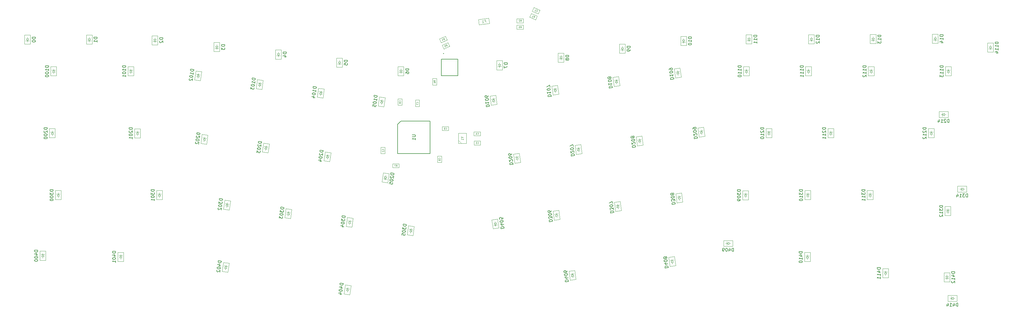
<source format=gbr>
G04 #@! TF.GenerationSoftware,KiCad,Pcbnew,(5.1.9)-1*
G04 #@! TF.CreationDate,2021-06-30T07:56:35+01:00*
G04 #@! TF.ProjectId,Paul-PCB-KICAD,5061756c-2d50-4434-922d-4b494341442e,rev?*
G04 #@! TF.SameCoordinates,Original*
G04 #@! TF.FileFunction,Other,Fab,Bot*
%FSLAX46Y46*%
G04 Gerber Fmt 4.6, Leading zero omitted, Abs format (unit mm)*
G04 Created by KiCad (PCBNEW (5.1.9)-1) date 2021-06-30 07:56:35*
%MOMM*%
%LPD*%
G01*
G04 APERTURE LIST*
%ADD10C,0.127000*%
%ADD11C,0.200000*%
%ADD12C,0.100000*%
%ADD13C,0.150000*%
%ADD14C,0.080000*%
%ADD15C,0.105000*%
%ADD16C,0.120000*%
G04 APERTURE END LIST*
D10*
X143245000Y67500000D02*
X138145000Y67500000D01*
X138145000Y67500000D02*
X138145000Y72600000D01*
X138145000Y72600000D02*
X143245000Y72600000D01*
X143245000Y72600000D02*
X143245000Y67500000D01*
D11*
X138920000Y74300000D02*
G75*
G03*
X138920000Y74300000I-100000J0D01*
G01*
D12*
X161392500Y81775000D02*
X163392500Y81775000D01*
X161392500Y83025000D02*
X161392500Y81775000D01*
X163392500Y83025000D02*
X161392500Y83025000D01*
X163392500Y81775000D02*
X163392500Y83025000D01*
X163392500Y83765000D02*
X163392500Y85015000D01*
X163392500Y85015000D02*
X161392500Y85015000D01*
X161392500Y85015000D02*
X161392500Y83765000D01*
X161392500Y83765000D02*
X163392500Y83765000D01*
X165325539Y85501728D02*
X167159659Y84704229D01*
X165823975Y86648053D02*
X165325539Y85501728D01*
X167658095Y85850554D02*
X165823975Y86648053D01*
X167159659Y84704229D02*
X167658095Y85850554D01*
X166134929Y87311775D02*
X167969049Y86514276D01*
X166633365Y88458100D02*
X166134929Y87311775D01*
X168467485Y87660601D02*
X166633365Y88458100D01*
X167969049Y86514276D02*
X168467485Y87660601D01*
X144380000Y46620000D02*
X143380000Y47620000D01*
X145880000Y49820000D02*
X145880000Y46620000D01*
X143380000Y49820000D02*
X145880000Y49820000D01*
X143380000Y46620000D02*
X143380000Y49820000D01*
X145880000Y46620000D02*
X143380000Y46620000D01*
X123150000Y40425000D02*
X123150000Y39175000D01*
X123150000Y39175000D02*
X125150000Y39175000D01*
X125150000Y39175000D02*
X125150000Y40425000D01*
X125150000Y40425000D02*
X123150000Y40425000D01*
X135475000Y64637500D02*
X136725000Y64637500D01*
X136725000Y64637500D02*
X136725000Y66637500D01*
X136725000Y66637500D02*
X135475000Y66637500D01*
X135475000Y66637500D02*
X135475000Y64637500D01*
X138396905Y76860554D02*
X138895341Y75714229D01*
X138895341Y75714229D02*
X140729461Y76511728D01*
X140729461Y76511728D02*
X140231025Y77658053D01*
X140231025Y77658053D02*
X138396905Y76860554D01*
X137596905Y78810554D02*
X138095341Y77664229D01*
X138095341Y77664229D02*
X139929461Y78461728D01*
X139929461Y78461728D02*
X139431025Y79608053D01*
X139431025Y79608053D02*
X137596905Y78810554D01*
X149567858Y84724695D02*
X149790535Y83140267D01*
X149790535Y83140267D02*
X152959392Y83585621D01*
X152959392Y83585621D02*
X152736715Y85170049D01*
X152736715Y85170049D02*
X149567858Y84724695D01*
X295670000Y-1010000D02*
X296170000Y-1010000D01*
X295670000Y-610000D02*
X295070000Y-1010000D01*
X295670000Y-1410000D02*
X295670000Y-610000D01*
X295070000Y-1010000D02*
X295670000Y-1410000D01*
X295070000Y-1010000D02*
X295070000Y-460000D01*
X295070000Y-1010000D02*
X295070000Y-1560000D01*
X294670000Y-1010000D02*
X295070000Y-1010000D01*
X294020000Y-110000D02*
X294020000Y-1910000D01*
X296820000Y-110000D02*
X294020000Y-110000D01*
X296820000Y-1910000D02*
X296820000Y-110000D01*
X294020000Y-1910000D02*
X296820000Y-1910000D01*
X298670000Y32590000D02*
X299170000Y32590000D01*
X298670000Y32990000D02*
X298070000Y32590000D01*
X298670000Y32190000D02*
X298670000Y32990000D01*
X298070000Y32590000D02*
X298670000Y32190000D01*
X298070000Y32590000D02*
X298070000Y33140000D01*
X298070000Y32590000D02*
X298070000Y32040000D01*
X297670000Y32590000D02*
X298070000Y32590000D01*
X297020000Y33490000D02*
X297020000Y31690000D01*
X299820000Y33490000D02*
X297020000Y33490000D01*
X299820000Y31690000D02*
X299820000Y33490000D01*
X297020000Y31690000D02*
X299820000Y31690000D01*
X292940000Y55540000D02*
X293440000Y55540000D01*
X292940000Y55940000D02*
X292340000Y55540000D01*
X292940000Y55140000D02*
X292940000Y55940000D01*
X292340000Y55540000D02*
X292940000Y55140000D01*
X292340000Y55540000D02*
X292340000Y56090000D01*
X292340000Y55540000D02*
X292340000Y54990000D01*
X291940000Y55540000D02*
X292340000Y55540000D01*
X291290000Y56440000D02*
X291290000Y54640000D01*
X294090000Y56440000D02*
X291290000Y56440000D01*
X294090000Y54640000D02*
X294090000Y56440000D01*
X291290000Y54640000D02*
X294090000Y54640000D01*
X307100000Y76400000D02*
X307100000Y76900000D01*
X306700000Y76400000D02*
X307100000Y75800000D01*
X307500000Y76400000D02*
X306700000Y76400000D01*
X307100000Y75800000D02*
X307500000Y76400000D01*
X307100000Y75800000D02*
X306550000Y75800000D01*
X307100000Y75800000D02*
X307650000Y75800000D01*
X307100000Y75400000D02*
X307100000Y75800000D01*
X306200000Y74750000D02*
X308000000Y74750000D01*
X306200000Y77550000D02*
X306200000Y74750000D01*
X308000000Y77550000D02*
X306200000Y77550000D01*
X308000000Y74750000D02*
X308000000Y77550000D01*
X290100000Y79100000D02*
X290100000Y79600000D01*
X289700000Y79100000D02*
X290100000Y78500000D01*
X290500000Y79100000D02*
X289700000Y79100000D01*
X290100000Y78500000D02*
X290500000Y79100000D01*
X290100000Y78500000D02*
X289550000Y78500000D01*
X290100000Y78500000D02*
X290650000Y78500000D01*
X290100000Y78100000D02*
X290100000Y78500000D01*
X289200000Y77450000D02*
X291000000Y77450000D01*
X289200000Y80250000D02*
X289200000Y77450000D01*
X291000000Y80250000D02*
X289200000Y80250000D01*
X291000000Y77450000D02*
X291000000Y80250000D01*
X294150000Y68600000D02*
X294150000Y68100000D01*
X294550000Y68600000D02*
X294150000Y69200000D01*
X293750000Y68600000D02*
X294550000Y68600000D01*
X294150000Y69200000D02*
X293750000Y68600000D01*
X294150000Y69200000D02*
X294700000Y69200000D01*
X294150000Y69200000D02*
X293600000Y69200000D01*
X294150000Y69600000D02*
X294150000Y69200000D01*
X295050000Y70250000D02*
X293250000Y70250000D01*
X295050000Y67450000D02*
X295050000Y70250000D01*
X293250000Y67450000D02*
X295050000Y67450000D01*
X293250000Y70250000D02*
X293250000Y67450000D01*
X271000000Y79000000D02*
X271000000Y79500000D01*
X270600000Y79000000D02*
X271000000Y78400000D01*
X271400000Y79000000D02*
X270600000Y79000000D01*
X271000000Y78400000D02*
X271400000Y79000000D01*
X271000000Y78400000D02*
X270450000Y78400000D01*
X271000000Y78400000D02*
X271550000Y78400000D01*
X271000000Y78000000D02*
X271000000Y78400000D01*
X270100000Y77350000D02*
X271900000Y77350000D01*
X270100000Y80150000D02*
X270100000Y77350000D01*
X271900000Y80150000D02*
X270100000Y80150000D01*
X271900000Y77350000D02*
X271900000Y80150000D01*
X293720000Y5730000D02*
X293720000Y6230000D01*
X293320000Y5730000D02*
X293720000Y5130000D01*
X294120000Y5730000D02*
X293320000Y5730000D01*
X293720000Y5130000D02*
X294120000Y5730000D01*
X293720000Y5130000D02*
X293170000Y5130000D01*
X293720000Y5130000D02*
X294270000Y5130000D01*
X293720000Y4730000D02*
X293720000Y5130000D01*
X292820000Y4080000D02*
X294620000Y4080000D01*
X292820000Y6880000D02*
X292820000Y4080000D01*
X294620000Y6880000D02*
X292820000Y6880000D01*
X294620000Y4080000D02*
X294620000Y6880000D01*
X294010000Y25600000D02*
X294010000Y25100000D01*
X294410000Y25600000D02*
X294010000Y26200000D01*
X293610000Y25600000D02*
X294410000Y25600000D01*
X294010000Y26200000D02*
X293610000Y25600000D01*
X294010000Y26200000D02*
X294560000Y26200000D01*
X294010000Y26200000D02*
X293460000Y26200000D01*
X294010000Y26600000D02*
X294010000Y26200000D01*
X294910000Y27250000D02*
X293110000Y27250000D01*
X294910000Y24450000D02*
X294910000Y27250000D01*
X293110000Y24450000D02*
X294910000Y24450000D01*
X293110000Y27250000D02*
X293110000Y24450000D01*
X288890000Y49540000D02*
X288890000Y49040000D01*
X289290000Y49540000D02*
X288890000Y50140000D01*
X288490000Y49540000D02*
X289290000Y49540000D01*
X288890000Y50140000D02*
X288490000Y49540000D01*
X288890000Y50140000D02*
X289440000Y50140000D01*
X288890000Y50140000D02*
X288340000Y50140000D01*
X288890000Y50540000D02*
X288890000Y50140000D01*
X289790000Y51190000D02*
X287990000Y51190000D01*
X289790000Y48390000D02*
X289790000Y51190000D01*
X287990000Y48390000D02*
X289790000Y48390000D01*
X287990000Y51190000D02*
X287990000Y48390000D01*
X270400000Y68600000D02*
X270400000Y68100000D01*
X270800000Y68600000D02*
X270400000Y69200000D01*
X270000000Y68600000D02*
X270800000Y68600000D01*
X270400000Y69200000D02*
X270000000Y68600000D01*
X270400000Y69200000D02*
X270950000Y69200000D01*
X270400000Y69200000D02*
X269850000Y69200000D01*
X270400000Y69600000D02*
X270400000Y69200000D01*
X271300000Y70250000D02*
X269500000Y70250000D01*
X271300000Y67450000D02*
X271300000Y70250000D01*
X269500000Y67450000D02*
X271300000Y67450000D01*
X269500000Y70250000D02*
X269500000Y67450000D01*
X252000000Y78950000D02*
X252000000Y79450000D01*
X251600000Y78950000D02*
X252000000Y78350000D01*
X252400000Y78950000D02*
X251600000Y78950000D01*
X252000000Y78350000D02*
X252400000Y78950000D01*
X252000000Y78350000D02*
X251450000Y78350000D01*
X252000000Y78350000D02*
X252550000Y78350000D01*
X252000000Y77950000D02*
X252000000Y78350000D01*
X251100000Y77300000D02*
X252900000Y77300000D01*
X251100000Y80100000D02*
X251100000Y77300000D01*
X252900000Y80100000D02*
X251100000Y80100000D01*
X252900000Y77300000D02*
X252900000Y80100000D01*
X274850000Y6490000D02*
X274850000Y5990000D01*
X275250000Y6490000D02*
X274850000Y7090000D01*
X274450000Y6490000D02*
X275250000Y6490000D01*
X274850000Y7090000D02*
X274450000Y6490000D01*
X274850000Y7090000D02*
X275400000Y7090000D01*
X274850000Y7090000D02*
X274300000Y7090000D01*
X274850000Y7490000D02*
X274850000Y7090000D01*
X275750000Y8140000D02*
X273950000Y8140000D01*
X275750000Y5340000D02*
X275750000Y8140000D01*
X273950000Y5340000D02*
X275750000Y5340000D01*
X273950000Y8140000D02*
X273950000Y5340000D01*
X270080000Y30510000D02*
X270080000Y30010000D01*
X270480000Y30510000D02*
X270080000Y31110000D01*
X269680000Y30510000D02*
X270480000Y30510000D01*
X270080000Y31110000D02*
X269680000Y30510000D01*
X270080000Y31110000D02*
X270630000Y31110000D01*
X270080000Y31110000D02*
X269530000Y31110000D01*
X270080000Y31510000D02*
X270080000Y31110000D01*
X270980000Y32160000D02*
X269180000Y32160000D01*
X270980000Y29360000D02*
X270980000Y32160000D01*
X269180000Y29360000D02*
X270980000Y29360000D01*
X269180000Y32160000D02*
X269180000Y29360000D01*
X257980000Y49550000D02*
X257980000Y49050000D01*
X258380000Y49550000D02*
X257980000Y50150000D01*
X257580000Y49550000D02*
X258380000Y49550000D01*
X257980000Y50150000D02*
X257580000Y49550000D01*
X257980000Y50150000D02*
X258530000Y50150000D01*
X257980000Y50150000D02*
X257430000Y50150000D01*
X257980000Y50550000D02*
X257980000Y50150000D01*
X258880000Y51200000D02*
X257080000Y51200000D01*
X258880000Y48400000D02*
X258880000Y51200000D01*
X257080000Y48400000D02*
X258880000Y48400000D01*
X257080000Y51200000D02*
X257080000Y48400000D01*
X251100000Y68600000D02*
X251100000Y68100000D01*
X251500000Y68600000D02*
X251100000Y69200000D01*
X250700000Y68600000D02*
X251500000Y68600000D01*
X251100000Y69200000D02*
X250700000Y68600000D01*
X251100000Y69200000D02*
X251650000Y69200000D01*
X251100000Y69200000D02*
X250550000Y69200000D01*
X251100000Y69600000D02*
X251100000Y69200000D01*
X252000000Y70250000D02*
X250200000Y70250000D01*
X252000000Y67450000D02*
X252000000Y70250000D01*
X250200000Y67450000D02*
X252000000Y67450000D01*
X250200000Y70250000D02*
X250200000Y67450000D01*
X232800000Y78950000D02*
X232800000Y79450000D01*
X232400000Y78950000D02*
X232800000Y78350000D01*
X233200000Y78950000D02*
X232400000Y78950000D01*
X232800000Y78350000D02*
X233200000Y78950000D01*
X232800000Y78350000D02*
X232250000Y78350000D01*
X232800000Y78350000D02*
X233350000Y78350000D01*
X232800000Y77950000D02*
X232800000Y78350000D01*
X231900000Y77300000D02*
X233700000Y77300000D01*
X231900000Y80100000D02*
X231900000Y77300000D01*
X233700000Y80100000D02*
X231900000Y80100000D01*
X233700000Y77300000D02*
X233700000Y80100000D01*
X250780000Y11450000D02*
X250780000Y10950000D01*
X251180000Y11450000D02*
X250780000Y12050000D01*
X250380000Y11450000D02*
X251180000Y11450000D01*
X250780000Y12050000D02*
X250380000Y11450000D01*
X250780000Y12050000D02*
X251330000Y12050000D01*
X250780000Y12050000D02*
X250230000Y12050000D01*
X250780000Y12450000D02*
X250780000Y12050000D01*
X251680000Y13100000D02*
X249880000Y13100000D01*
X251680000Y10300000D02*
X251680000Y13100000D01*
X249880000Y10300000D02*
X251680000Y10300000D01*
X249880000Y13100000D02*
X249880000Y10300000D01*
X250900000Y30500000D02*
X250900000Y30000000D01*
X251300000Y30500000D02*
X250900000Y31100000D01*
X250500000Y30500000D02*
X251300000Y30500000D01*
X250900000Y31100000D02*
X250500000Y30500000D01*
X250900000Y31100000D02*
X251450000Y31100000D01*
X250900000Y31100000D02*
X250350000Y31100000D01*
X250900000Y31500000D02*
X250900000Y31100000D01*
X251800000Y32150000D02*
X250000000Y32150000D01*
X251800000Y29350000D02*
X251800000Y32150000D01*
X250000000Y29350000D02*
X251800000Y29350000D01*
X250000000Y32150000D02*
X250000000Y29350000D01*
X238950000Y49575000D02*
X238950000Y49075000D01*
X239350000Y49575000D02*
X238950000Y50175000D01*
X238550000Y49575000D02*
X239350000Y49575000D01*
X238950000Y50175000D02*
X238550000Y49575000D01*
X238950000Y50175000D02*
X239500000Y50175000D01*
X238950000Y50175000D02*
X238400000Y50175000D01*
X238950000Y50575000D02*
X238950000Y50175000D01*
X239850000Y51225000D02*
X238050000Y51225000D01*
X239850000Y48425000D02*
X239850000Y51225000D01*
X238050000Y48425000D02*
X239850000Y48425000D01*
X238050000Y51225000D02*
X238050000Y48425000D01*
X232000000Y68600000D02*
X232000000Y68100000D01*
X232400000Y68600000D02*
X232000000Y69200000D01*
X231600000Y68600000D02*
X232400000Y68600000D01*
X232000000Y69200000D02*
X231600000Y68600000D01*
X232000000Y69200000D02*
X232550000Y69200000D01*
X232000000Y69200000D02*
X231450000Y69200000D01*
X232000000Y69600000D02*
X232000000Y69200000D01*
X232900000Y70250000D02*
X231100000Y70250000D01*
X232900000Y67450000D02*
X232900000Y70250000D01*
X231100000Y67450000D02*
X232900000Y67450000D01*
X231100000Y70250000D02*
X231100000Y67450000D01*
X212700000Y78450000D02*
X212700000Y78950000D01*
X212300000Y78450000D02*
X212700000Y77850000D01*
X213100000Y78450000D02*
X212300000Y78450000D01*
X212700000Y77850000D02*
X213100000Y78450000D01*
X212700000Y77850000D02*
X212150000Y77850000D01*
X212700000Y77850000D02*
X213250000Y77850000D01*
X212700000Y77450000D02*
X212700000Y77850000D01*
X211800000Y76800000D02*
X213600000Y76800000D01*
X211800000Y79600000D02*
X211800000Y76800000D01*
X213600000Y79600000D02*
X211800000Y79600000D01*
X213600000Y76800000D02*
X213600000Y79600000D01*
X226660000Y15890000D02*
X227160000Y15890000D01*
X226660000Y16290000D02*
X226060000Y15890000D01*
X226660000Y15490000D02*
X226660000Y16290000D01*
X226060000Y15890000D02*
X226660000Y15490000D01*
X226060000Y15890000D02*
X226060000Y16440000D01*
X226060000Y15890000D02*
X226060000Y15340000D01*
X225660000Y15890000D02*
X226060000Y15890000D01*
X225010000Y16790000D02*
X225010000Y14990000D01*
X227810000Y16790000D02*
X225010000Y16790000D01*
X227810000Y14990000D02*
X227810000Y16790000D01*
X225010000Y14990000D02*
X227810000Y14990000D01*
X231780000Y30480000D02*
X231780000Y29980000D01*
X232180000Y30480000D02*
X231780000Y31080000D01*
X231380000Y30480000D02*
X232180000Y30480000D01*
X231780000Y31080000D02*
X231380000Y30480000D01*
X231780000Y31080000D02*
X232330000Y31080000D01*
X231780000Y31080000D02*
X231230000Y31080000D01*
X231780000Y31480000D02*
X231780000Y31080000D01*
X232680000Y32130000D02*
X230880000Y32130000D01*
X232680000Y29330000D02*
X232680000Y32130000D01*
X230880000Y29330000D02*
X232680000Y29330000D01*
X230880000Y32130000D02*
X230880000Y29330000D01*
X218214429Y49868491D02*
X218284016Y49373357D01*
X218610537Y49924160D02*
X218130925Y50462652D01*
X217818322Y49812822D02*
X218610537Y49924160D01*
X218130925Y50462652D02*
X217818322Y49812822D01*
X218130925Y50462652D02*
X218675573Y50539197D01*
X218130925Y50462652D02*
X217586278Y50386107D01*
X218075256Y50858759D02*
X218130925Y50462652D01*
X218876035Y51627689D02*
X217093552Y51377178D01*
X219265720Y48854938D02*
X218876035Y51627689D01*
X217483237Y48604427D02*
X219265720Y48854938D01*
X217093552Y51377178D02*
X217483237Y48604427D01*
X210934793Y68102433D02*
X211004380Y67607299D01*
X211330901Y68158102D02*
X210851289Y68696594D01*
X210538686Y68046764D02*
X211330901Y68158102D01*
X210851289Y68696594D02*
X210538686Y68046764D01*
X210851289Y68696594D02*
X211395937Y68773139D01*
X210851289Y68696594D02*
X210306642Y68620049D01*
X210795620Y69092701D02*
X210851289Y68696594D01*
X211596399Y69861631D02*
X209813916Y69611120D01*
X211986084Y67088880D02*
X211596399Y69861631D01*
X210203601Y66838369D02*
X211986084Y67088880D01*
X209813916Y69611120D02*
X210203601Y66838369D01*
X193850000Y76050000D02*
X193850000Y76550000D01*
X193450000Y76050000D02*
X193850000Y75450000D01*
X194250000Y76050000D02*
X193450000Y76050000D01*
X193850000Y75450000D02*
X194250000Y76050000D01*
X193850000Y75450000D02*
X193300000Y75450000D01*
X193850000Y75450000D02*
X194400000Y75450000D01*
X193850000Y75050000D02*
X193850000Y75450000D01*
X192950000Y74400000D02*
X194750000Y74400000D01*
X192950000Y77200000D02*
X192950000Y74400000D01*
X194750000Y77200000D02*
X192950000Y77200000D01*
X194750000Y74400000D02*
X194750000Y77200000D01*
X209225157Y10076375D02*
X209294744Y9581241D01*
X209621265Y10132044D02*
X209141653Y10670536D01*
X208829050Y10020706D02*
X209621265Y10132044D01*
X209141653Y10670536D02*
X208829050Y10020706D01*
X209141653Y10670536D02*
X209686301Y10747081D01*
X209141653Y10670536D02*
X208597006Y10593991D01*
X209085984Y11066643D02*
X209141653Y10670536D01*
X209886763Y11835573D02*
X208104280Y11585062D01*
X210276448Y9062822D02*
X209886763Y11835573D01*
X208493965Y8812311D02*
X210276448Y9062822D01*
X208104280Y11585062D02*
X208493965Y8812311D01*
X211394429Y29658491D02*
X211464016Y29163357D01*
X211790537Y29714160D02*
X211310925Y30252652D01*
X210998322Y29602822D02*
X211790537Y29714160D01*
X211310925Y30252652D02*
X210998322Y29602822D01*
X211310925Y30252652D02*
X211855573Y30329197D01*
X211310925Y30252652D02*
X210766278Y30176107D01*
X211255256Y30648759D02*
X211310925Y30252652D01*
X212056035Y31417689D02*
X210273552Y31167178D01*
X212445720Y28644938D02*
X212056035Y31417689D01*
X210663237Y28394427D02*
X212445720Y28644938D01*
X210273552Y31167178D02*
X210663237Y28394427D01*
X199189429Y47193491D02*
X199259016Y46698357D01*
X199585537Y47249160D02*
X199105925Y47787652D01*
X198793322Y47137822D02*
X199585537Y47249160D01*
X199105925Y47787652D02*
X198793322Y47137822D01*
X199105925Y47787652D02*
X199650573Y47864197D01*
X199105925Y47787652D02*
X198561278Y47711107D01*
X199050256Y48183759D02*
X199105925Y47787652D01*
X199851035Y48952689D02*
X198068552Y48702178D01*
X200240720Y46179938D02*
X199851035Y48952689D01*
X198458237Y45929427D02*
X200240720Y46179938D01*
X198068552Y48702178D02*
X198458237Y45929427D01*
X192055157Y65436375D02*
X192124744Y64941241D01*
X192451265Y65492044D02*
X191971653Y66030536D01*
X191659050Y65380706D02*
X192451265Y65492044D01*
X191971653Y66030536D02*
X191659050Y65380706D01*
X191971653Y66030536D02*
X192516301Y66107081D01*
X191971653Y66030536D02*
X191427006Y65953991D01*
X191915984Y66426643D02*
X191971653Y66030536D01*
X192716763Y67195573D02*
X190934280Y66945062D01*
X193106448Y64422822D02*
X192716763Y67195573D01*
X191323965Y64172311D02*
X193106448Y64422822D01*
X190934280Y66945062D02*
X191323965Y64172311D01*
X174950000Y73300000D02*
X174950000Y73800000D01*
X174550000Y73300000D02*
X174950000Y72700000D01*
X175350000Y73300000D02*
X174550000Y73300000D01*
X174950000Y72700000D02*
X175350000Y73300000D01*
X174950000Y72700000D02*
X174400000Y72700000D01*
X174950000Y72700000D02*
X175500000Y72700000D01*
X174950000Y72300000D02*
X174950000Y72700000D01*
X174050000Y71650000D02*
X175850000Y71650000D01*
X174050000Y74450000D02*
X174050000Y71650000D01*
X175850000Y74450000D02*
X174050000Y74450000D01*
X175850000Y71650000D02*
X175850000Y74450000D01*
X192494793Y27002433D02*
X192564380Y26507299D01*
X192890901Y27058102D02*
X192411289Y27596594D01*
X192098686Y26946764D02*
X192890901Y27058102D01*
X192411289Y27596594D02*
X192098686Y26946764D01*
X192411289Y27596594D02*
X192955937Y27673139D01*
X192411289Y27596594D02*
X191866642Y27520049D01*
X192355620Y27992701D02*
X192411289Y27596594D01*
X193156399Y28761631D02*
X191373916Y28511120D01*
X193546084Y25988880D02*
X193156399Y28761631D01*
X191763601Y25738369D02*
X193546084Y25988880D01*
X191373916Y28511120D02*
X191763601Y25738369D01*
X180389429Y44543491D02*
X180459016Y44048357D01*
X180785537Y44599160D02*
X180305925Y45137652D01*
X179993322Y44487822D02*
X180785537Y44599160D01*
X180305925Y45137652D02*
X179993322Y44487822D01*
X180305925Y45137652D02*
X180850573Y45214197D01*
X180305925Y45137652D02*
X179761278Y45061107D01*
X180250256Y45533759D02*
X180305925Y45137652D01*
X181051035Y46302689D02*
X179268552Y46052178D01*
X181440720Y43529938D02*
X181051035Y46302689D01*
X179658237Y43279427D02*
X181440720Y43529938D01*
X179268552Y46052178D02*
X179658237Y43279427D01*
X173225521Y62786375D02*
X173295108Y62291241D01*
X173621629Y62842044D02*
X173142017Y63380536D01*
X172829414Y62730706D02*
X173621629Y62842044D01*
X173142017Y63380536D02*
X172829414Y62730706D01*
X173142017Y63380536D02*
X173686665Y63457081D01*
X173142017Y63380536D02*
X172597370Y63303991D01*
X173086348Y63776643D02*
X173142017Y63380536D01*
X173887127Y64545573D02*
X172104644Y64295062D01*
X174276812Y61772822D02*
X173887127Y64545573D01*
X172494329Y61522311D02*
X174276812Y61772822D01*
X172104644Y64295062D02*
X172494329Y61522311D01*
X156050000Y70950000D02*
X156050000Y71450000D01*
X155650000Y70950000D02*
X156050000Y70350000D01*
X156450000Y70950000D02*
X155650000Y70950000D01*
X156050000Y70350000D02*
X156450000Y70950000D01*
X156050000Y70350000D02*
X155500000Y70350000D01*
X156050000Y70350000D02*
X156600000Y70350000D01*
X156050000Y69950000D02*
X156050000Y70350000D01*
X155150000Y69300000D02*
X156950000Y69300000D01*
X155150000Y72100000D02*
X155150000Y69300000D01*
X156950000Y72100000D02*
X155150000Y72100000D01*
X156950000Y69300000D02*
X156950000Y72100000D01*
X178544429Y5818491D02*
X178614016Y5323357D01*
X178940537Y5874160D02*
X178460925Y6412652D01*
X178148322Y5762822D02*
X178940537Y5874160D01*
X178460925Y6412652D02*
X178148322Y5762822D01*
X178460925Y6412652D02*
X179005573Y6489197D01*
X178460925Y6412652D02*
X177916278Y6336107D01*
X178405256Y6808759D02*
X178460925Y6412652D01*
X179206035Y7577689D02*
X177423552Y7327178D01*
X179595720Y4804938D02*
X179206035Y7577689D01*
X177813237Y4554427D02*
X179595720Y4804938D01*
X177423552Y7327178D02*
X177813237Y4554427D01*
X173624793Y24332433D02*
X173694380Y23837299D01*
X174020901Y24388102D02*
X173541289Y24926594D01*
X173228686Y24276764D02*
X174020901Y24388102D01*
X173541289Y24926594D02*
X173228686Y24276764D01*
X173541289Y24926594D02*
X174085937Y25003139D01*
X173541289Y24926594D02*
X172996642Y24850049D01*
X173485620Y25322701D02*
X173541289Y24926594D01*
X174286399Y26091631D02*
X172503916Y25841120D01*
X174676084Y23318880D02*
X174286399Y26091631D01*
X172893601Y23068369D02*
X174676084Y23318880D01*
X172503916Y25841120D02*
X172893601Y23068369D01*
X161480157Y41861375D02*
X161549744Y41366241D01*
X161876265Y41917044D02*
X161396653Y42455536D01*
X161084050Y41805706D02*
X161876265Y41917044D01*
X161396653Y42455536D02*
X161084050Y41805706D01*
X161396653Y42455536D02*
X161941301Y42532081D01*
X161396653Y42455536D02*
X160852006Y42378991D01*
X161340984Y42851643D02*
X161396653Y42455536D01*
X162141763Y43620573D02*
X160359280Y43370062D01*
X162531448Y40847822D02*
X162141763Y43620573D01*
X160748965Y40597311D02*
X162531448Y40847822D01*
X160359280Y43370062D02*
X160748965Y40597311D01*
X154234793Y59677433D02*
X154304380Y59182299D01*
X154630901Y59733102D02*
X154151289Y60271594D01*
X153838686Y59621764D02*
X154630901Y59733102D01*
X154151289Y60271594D02*
X153838686Y59621764D01*
X154151289Y60271594D02*
X154695937Y60348139D01*
X154151289Y60271594D02*
X153606642Y60195049D01*
X154095620Y60667701D02*
X154151289Y60271594D01*
X154896399Y61436631D02*
X153113916Y61186120D01*
X155286084Y58663880D02*
X154896399Y61436631D01*
X153503601Y58413369D02*
X155286084Y58663880D01*
X153113916Y61186120D02*
X153503601Y58413369D01*
X125700000Y69150000D02*
X125700000Y69650000D01*
X125300000Y69150000D02*
X125700000Y68550000D01*
X126100000Y69150000D02*
X125300000Y69150000D01*
X125700000Y68550000D02*
X126100000Y69150000D01*
X125700000Y68550000D02*
X125150000Y68550000D01*
X125700000Y68550000D02*
X126250000Y68550000D01*
X125700000Y68150000D02*
X125700000Y68550000D01*
X124800000Y67500000D02*
X126600000Y67500000D01*
X124800000Y70300000D02*
X124800000Y67500000D01*
X126600000Y70300000D02*
X124800000Y70300000D01*
X126600000Y67500000D02*
X126600000Y70300000D01*
X154705207Y22137567D02*
X154635620Y22632701D01*
X154309099Y22081898D02*
X154788711Y21543406D01*
X155101314Y22193236D02*
X154309099Y22081898D01*
X154788711Y21543406D02*
X155101314Y22193236D01*
X154788711Y21543406D02*
X154244063Y21466861D01*
X154788711Y21543406D02*
X155333358Y21619951D01*
X154844380Y21147299D02*
X154788711Y21543406D01*
X154043601Y20378369D02*
X155826084Y20628880D01*
X153653916Y23151120D02*
X154043601Y20378369D01*
X155436399Y23401631D02*
X153653916Y23151120D01*
X155826084Y20628880D02*
X155436399Y23401631D01*
X128695571Y19558491D02*
X128625984Y19063357D01*
X129091678Y19502822D02*
X128779075Y20152652D01*
X128299463Y19614160D02*
X129091678Y19502822D01*
X128779075Y20152652D02*
X128299463Y19614160D01*
X128779075Y20152652D02*
X129323722Y20076107D01*
X128779075Y20152652D02*
X128234427Y20229197D01*
X128834744Y20548759D02*
X128779075Y20152652D01*
X129816448Y21067178D02*
X128033965Y21317689D01*
X129426763Y18294427D02*
X129816448Y21067178D01*
X127644280Y18544938D02*
X129426763Y18294427D01*
X128033965Y21317689D02*
X127644280Y18544938D01*
X120984793Y36347567D02*
X121054380Y36842701D01*
X120588686Y36403236D02*
X120901289Y35753406D01*
X121380901Y36291898D02*
X120588686Y36403236D01*
X120901289Y35753406D02*
X121380901Y36291898D01*
X120901289Y35753406D02*
X120356642Y35829951D01*
X120901289Y35753406D02*
X121445937Y35676861D01*
X120845620Y35357299D02*
X120901289Y35753406D01*
X119863916Y34838880D02*
X121646399Y34588369D01*
X120253601Y37611631D02*
X119863916Y34838880D01*
X122036084Y37361120D02*
X120253601Y37611631D01*
X121646399Y34588369D02*
X122036084Y37361120D01*
X119735571Y59168491D02*
X119665984Y58673357D01*
X120131678Y59112822D02*
X119819075Y59762652D01*
X119339463Y59224160D02*
X120131678Y59112822D01*
X119819075Y59762652D02*
X119339463Y59224160D01*
X119819075Y59762652D02*
X120363722Y59686107D01*
X119819075Y59762652D02*
X119274427Y59839197D01*
X119874744Y60158759D02*
X119819075Y59762652D01*
X120856448Y60677178D02*
X119073965Y60927689D01*
X120466763Y57904427D02*
X120856448Y60677178D01*
X118684280Y58154938D02*
X120466763Y57904427D01*
X119073965Y60927689D02*
X118684280Y58154938D01*
X106800000Y71750000D02*
X106800000Y72250000D01*
X106400000Y71750000D02*
X106800000Y71150000D01*
X107200000Y71750000D02*
X106400000Y71750000D01*
X106800000Y71150000D02*
X107200000Y71750000D01*
X106800000Y71150000D02*
X106250000Y71150000D01*
X106800000Y71150000D02*
X107350000Y71150000D01*
X106800000Y70750000D02*
X106800000Y71150000D01*
X105900000Y70100000D02*
X107700000Y70100000D01*
X105900000Y72900000D02*
X105900000Y70100000D01*
X107700000Y72900000D02*
X105900000Y72900000D01*
X107700000Y70100000D02*
X107700000Y72900000D01*
X109245571Y1388491D02*
X109175984Y893357D01*
X109641678Y1332822D02*
X109329075Y1982652D01*
X108849463Y1444160D02*
X109641678Y1332822D01*
X109329075Y1982652D02*
X108849463Y1444160D01*
X109329075Y1982652D02*
X109873722Y1906107D01*
X109329075Y1982652D02*
X108784427Y2059197D01*
X109384744Y2378759D02*
X109329075Y1982652D01*
X110366448Y2897178D02*
X108583965Y3147689D01*
X109976763Y124427D02*
X110366448Y2897178D01*
X108194280Y374938D02*
X109976763Y124427D01*
X108583965Y3147689D02*
X108194280Y374938D01*
X109875571Y22138491D02*
X109805984Y21643357D01*
X110271678Y22082822D02*
X109959075Y22732652D01*
X109479463Y22194160D02*
X110271678Y22082822D01*
X109959075Y22732652D02*
X109479463Y22194160D01*
X109959075Y22732652D02*
X110503722Y22656107D01*
X109959075Y22732652D02*
X109414427Y22809197D01*
X110014744Y23128759D02*
X109959075Y22732652D01*
X110996448Y23647178D02*
X109213965Y23897689D01*
X110606763Y20874427D02*
X110996448Y23647178D01*
X108824280Y21124938D02*
X110606763Y20874427D01*
X109213965Y23897689D02*
X108824280Y21124938D01*
X103060571Y42293491D02*
X102990984Y41798357D01*
X103456678Y42237822D02*
X103144075Y42887652D01*
X102664463Y42349160D02*
X103456678Y42237822D01*
X103144075Y42887652D02*
X102664463Y42349160D01*
X103144075Y42887652D02*
X103688722Y42811107D01*
X103144075Y42887652D02*
X102599427Y42964197D01*
X103199744Y43283759D02*
X103144075Y42887652D01*
X104181448Y43802178D02*
X102398965Y44052689D01*
X103791763Y41029427D02*
X104181448Y43802178D01*
X102009280Y41279938D02*
X103791763Y41029427D01*
X102398965Y44052689D02*
X102009280Y41279938D01*
X100323965Y63627689D02*
X99934280Y60854938D01*
X99934280Y60854938D02*
X101716763Y60604427D01*
X101716763Y60604427D02*
X102106448Y63377178D01*
X102106448Y63377178D02*
X100323965Y63627689D01*
X101124744Y62858759D02*
X101069075Y62462652D01*
X101069075Y62462652D02*
X100524427Y62539197D01*
X101069075Y62462652D02*
X101613722Y62386107D01*
X101069075Y62462652D02*
X100589463Y61924160D01*
X100589463Y61924160D02*
X101381678Y61812822D01*
X101381678Y61812822D02*
X101069075Y62462652D01*
X100985571Y61868491D02*
X100915984Y61373357D01*
X88000000Y74250000D02*
X88000000Y74750000D01*
X87600000Y74250000D02*
X88000000Y73650000D01*
X88400000Y74250000D02*
X87600000Y74250000D01*
X88000000Y73650000D02*
X88400000Y74250000D01*
X88000000Y73650000D02*
X87450000Y73650000D01*
X88000000Y73650000D02*
X88550000Y73650000D01*
X88000000Y73250000D02*
X88000000Y73650000D01*
X87100000Y72600000D02*
X88900000Y72600000D01*
X87100000Y75400000D02*
X87100000Y72600000D01*
X88900000Y75400000D02*
X87100000Y75400000D01*
X88900000Y72600000D02*
X88900000Y75400000D01*
X91015571Y24808491D02*
X90945984Y24313357D01*
X91411678Y24752822D02*
X91099075Y25402652D01*
X90619463Y24864160D02*
X91411678Y24752822D01*
X91099075Y25402652D02*
X90619463Y24864160D01*
X91099075Y25402652D02*
X91643722Y25326107D01*
X91099075Y25402652D02*
X90554427Y25479197D01*
X91154744Y25798759D02*
X91099075Y25402652D01*
X92136448Y26317178D02*
X90353965Y26567689D01*
X91746763Y23544427D02*
X92136448Y26317178D01*
X89964280Y23794938D02*
X91746763Y23544427D01*
X90353965Y26567689D02*
X89964280Y23794938D01*
X84119843Y45011375D02*
X84050256Y44516241D01*
X84515950Y44955706D02*
X84203347Y45605536D01*
X83723735Y45067044D02*
X84515950Y44955706D01*
X84203347Y45605536D02*
X83723735Y45067044D01*
X84203347Y45605536D02*
X84747994Y45528991D01*
X84203347Y45605536D02*
X83658699Y45682081D01*
X84259016Y46001643D02*
X84203347Y45605536D01*
X85240720Y46520062D02*
X83458237Y46770573D01*
X84851035Y43747311D02*
X85240720Y46520062D01*
X83068552Y43997822D02*
X84851035Y43747311D01*
X83458237Y46770573D02*
X83068552Y43997822D01*
X82215207Y64502433D02*
X82145620Y64007299D01*
X82611314Y64446764D02*
X82298711Y65096594D01*
X81819099Y64558102D02*
X82611314Y64446764D01*
X82298711Y65096594D02*
X81819099Y64558102D01*
X82298711Y65096594D02*
X82843358Y65020049D01*
X82298711Y65096594D02*
X81754063Y65173139D01*
X82354380Y65492701D02*
X82298711Y65096594D01*
X83336084Y66011120D02*
X81553601Y66261631D01*
X82946399Y63238369D02*
X83336084Y66011120D01*
X81163916Y63488880D02*
X82946399Y63238369D01*
X81553601Y66261631D02*
X81163916Y63488880D01*
X69050000Y76550000D02*
X69050000Y77050000D01*
X68650000Y76550000D02*
X69050000Y75950000D01*
X69450000Y76550000D02*
X68650000Y76550000D01*
X69050000Y75950000D02*
X69450000Y76550000D01*
X69050000Y75950000D02*
X68500000Y75950000D01*
X69050000Y75950000D02*
X69600000Y75950000D01*
X69050000Y75550000D02*
X69050000Y75950000D01*
X68150000Y74900000D02*
X69950000Y74900000D01*
X68150000Y77700000D02*
X68150000Y74900000D01*
X69950000Y77700000D02*
X68150000Y77700000D01*
X69950000Y74900000D02*
X69950000Y77700000D01*
X71744843Y8276375D02*
X71675256Y7781241D01*
X72140950Y8220706D02*
X71828347Y8870536D01*
X71348735Y8332044D02*
X72140950Y8220706D01*
X71828347Y8870536D02*
X71348735Y8332044D01*
X71828347Y8870536D02*
X72372994Y8793991D01*
X71828347Y8870536D02*
X71283699Y8947081D01*
X71884016Y9266643D02*
X71828347Y8870536D01*
X72865720Y9785062D02*
X71083237Y10035573D01*
X72476035Y7012311D02*
X72865720Y9785062D01*
X70693552Y7262822D02*
X72476035Y7012311D01*
X71083237Y10035573D02*
X70693552Y7262822D01*
X72154843Y27436375D02*
X72085256Y26941241D01*
X72550950Y27380706D02*
X72238347Y28030536D01*
X71758735Y27492044D02*
X72550950Y27380706D01*
X72238347Y28030536D02*
X71758735Y27492044D01*
X72238347Y28030536D02*
X72782994Y27953991D01*
X72238347Y28030536D02*
X71693699Y28107081D01*
X72294016Y28426643D02*
X72238347Y28030536D01*
X73275720Y28945062D02*
X71493237Y29195573D01*
X72886035Y26172311D02*
X73275720Y28945062D01*
X71103552Y26422822D02*
X72886035Y26172311D01*
X71493237Y29195573D02*
X71103552Y26422822D01*
X65194843Y47686375D02*
X65125256Y47191241D01*
X65590950Y47630706D02*
X65278347Y48280536D01*
X64798735Y47742044D02*
X65590950Y47630706D01*
X65278347Y48280536D02*
X64798735Y47742044D01*
X65278347Y48280536D02*
X65822994Y48203991D01*
X65278347Y48280536D02*
X64733699Y48357081D01*
X65334016Y48676643D02*
X65278347Y48280536D01*
X66315720Y49195062D02*
X64533237Y49445573D01*
X65926035Y46422311D02*
X66315720Y49195062D01*
X64143552Y46672822D02*
X65926035Y46422311D01*
X64533237Y49445573D02*
X64143552Y46672822D01*
X63265207Y67202433D02*
X63195620Y66707299D01*
X63661314Y67146764D02*
X63348711Y67796594D01*
X62869099Y67258102D02*
X63661314Y67146764D01*
X63348711Y67796594D02*
X62869099Y67258102D01*
X63348711Y67796594D02*
X63893358Y67720049D01*
X63348711Y67796594D02*
X62804063Y67873139D01*
X63404380Y68192701D02*
X63348711Y67796594D01*
X64386084Y68711120D02*
X62603601Y68961631D01*
X63996399Y65938369D02*
X64386084Y68711120D01*
X62213916Y66188880D02*
X63996399Y65938369D01*
X62603601Y68961631D02*
X62213916Y66188880D01*
X50000000Y78650000D02*
X50000000Y79150000D01*
X49600000Y78650000D02*
X50000000Y78050000D01*
X50400000Y78650000D02*
X49600000Y78650000D01*
X50000000Y78050000D02*
X50400000Y78650000D01*
X50000000Y78050000D02*
X49450000Y78050000D01*
X50000000Y78050000D02*
X50550000Y78050000D01*
X50000000Y77650000D02*
X50000000Y78050000D01*
X49100000Y77000000D02*
X50900000Y77000000D01*
X49100000Y79800000D02*
X49100000Y77000000D01*
X50900000Y79800000D02*
X49100000Y79800000D01*
X50900000Y77000000D02*
X50900000Y79800000D01*
X39500000Y11500000D02*
X39500000Y11000000D01*
X39900000Y11500000D02*
X39500000Y12100000D01*
X39100000Y11500000D02*
X39900000Y11500000D01*
X39500000Y12100000D02*
X39100000Y11500000D01*
X39500000Y12100000D02*
X40050000Y12100000D01*
X39500000Y12100000D02*
X38950000Y12100000D01*
X39500000Y12500000D02*
X39500000Y12100000D01*
X40400000Y13150000D02*
X38600000Y13150000D01*
X40400000Y10350000D02*
X40400000Y13150000D01*
X38600000Y10350000D02*
X40400000Y10350000D01*
X38600000Y13150000D02*
X38600000Y10350000D01*
X51390000Y30500000D02*
X51390000Y30000000D01*
X51790000Y30500000D02*
X51390000Y31100000D01*
X50990000Y30500000D02*
X51790000Y30500000D01*
X51390000Y31100000D02*
X50990000Y30500000D01*
X51390000Y31100000D02*
X51940000Y31100000D01*
X51390000Y31100000D02*
X50840000Y31100000D01*
X51390000Y31500000D02*
X51390000Y31100000D01*
X52290000Y32150000D02*
X50490000Y32150000D01*
X52290000Y29350000D02*
X52290000Y32150000D01*
X50490000Y29350000D02*
X52290000Y29350000D01*
X50490000Y32150000D02*
X50490000Y29350000D01*
X44650000Y49525000D02*
X44650000Y49025000D01*
X45050000Y49525000D02*
X44650000Y50125000D01*
X44250000Y49525000D02*
X45050000Y49525000D01*
X44650000Y50125000D02*
X44250000Y49525000D01*
X44650000Y50125000D02*
X45200000Y50125000D01*
X44650000Y50125000D02*
X44100000Y50125000D01*
X44650000Y50525000D02*
X44650000Y50125000D01*
X45550000Y51175000D02*
X43750000Y51175000D01*
X45550000Y48375000D02*
X45550000Y51175000D01*
X43750000Y48375000D02*
X45550000Y48375000D01*
X43750000Y51175000D02*
X43750000Y48375000D01*
X42600000Y68600000D02*
X42600000Y68100000D01*
X43000000Y68600000D02*
X42600000Y69200000D01*
X42200000Y68600000D02*
X43000000Y68600000D01*
X42600000Y69200000D02*
X42200000Y68600000D01*
X42600000Y69200000D02*
X43150000Y69200000D01*
X42600000Y69200000D02*
X42050000Y69200000D01*
X42600000Y69600000D02*
X42600000Y69200000D01*
X43500000Y70250000D02*
X41700000Y70250000D01*
X43500000Y67450000D02*
X43500000Y70250000D01*
X41700000Y67450000D02*
X43500000Y67450000D01*
X41700000Y70250000D02*
X41700000Y67450000D01*
X29800000Y78850000D02*
X29800000Y79350000D01*
X29400000Y78850000D02*
X29800000Y78250000D01*
X30200000Y78850000D02*
X29400000Y78850000D01*
X29800000Y78250000D02*
X30200000Y78850000D01*
X29800000Y78250000D02*
X29250000Y78250000D01*
X29800000Y78250000D02*
X30350000Y78250000D01*
X29800000Y77850000D02*
X29800000Y78250000D01*
X28900000Y77200000D02*
X30700000Y77200000D01*
X28900000Y80000000D02*
X28900000Y77200000D01*
X30700000Y80000000D02*
X28900000Y80000000D01*
X30700000Y77200000D02*
X30700000Y80000000D01*
X15520000Y11860000D02*
X15520000Y11360000D01*
X15920000Y11860000D02*
X15520000Y12460000D01*
X15120000Y11860000D02*
X15920000Y11860000D01*
X15520000Y12460000D02*
X15120000Y11860000D01*
X15520000Y12460000D02*
X16070000Y12460000D01*
X15520000Y12460000D02*
X14970000Y12460000D01*
X15520000Y12860000D02*
X15520000Y12460000D01*
X16420000Y13510000D02*
X14620000Y13510000D01*
X16420000Y10710000D02*
X16420000Y13510000D01*
X14620000Y10710000D02*
X16420000Y10710000D01*
X14620000Y13510000D02*
X14620000Y10710000D01*
X20280000Y30490000D02*
X20280000Y29990000D01*
X20680000Y30490000D02*
X20280000Y31090000D01*
X19880000Y30490000D02*
X20680000Y30490000D01*
X20280000Y31090000D02*
X19880000Y30490000D01*
X20280000Y31090000D02*
X20830000Y31090000D01*
X20280000Y31090000D02*
X19730000Y31090000D01*
X20280000Y31490000D02*
X20280000Y31090000D01*
X21180000Y32140000D02*
X19380000Y32140000D01*
X21180000Y29340000D02*
X21180000Y32140000D01*
X19380000Y29340000D02*
X21180000Y29340000D01*
X19380000Y32140000D02*
X19380000Y29340000D01*
X18425000Y49550000D02*
X18425000Y49050000D01*
X18825000Y49550000D02*
X18425000Y50150000D01*
X18025000Y49550000D02*
X18825000Y49550000D01*
X18425000Y50150000D02*
X18025000Y49550000D01*
X18425000Y50150000D02*
X18975000Y50150000D01*
X18425000Y50150000D02*
X17875000Y50150000D01*
X18425000Y50550000D02*
X18425000Y50150000D01*
X19325000Y51200000D02*
X17525000Y51200000D01*
X19325000Y48400000D02*
X19325000Y51200000D01*
X17525000Y48400000D02*
X19325000Y48400000D01*
X17525000Y51200000D02*
X17525000Y48400000D01*
X18850000Y68600000D02*
X18850000Y68100000D01*
X19250000Y68600000D02*
X18850000Y69200000D01*
X18450000Y68600000D02*
X19250000Y68600000D01*
X18850000Y69200000D02*
X18450000Y68600000D01*
X18850000Y69200000D02*
X19400000Y69200000D01*
X18850000Y69200000D02*
X18300000Y69200000D01*
X18850000Y69600000D02*
X18850000Y69200000D01*
X19750000Y70250000D02*
X17950000Y70250000D01*
X19750000Y67450000D02*
X19750000Y70250000D01*
X17950000Y67450000D02*
X19750000Y67450000D01*
X17950000Y70250000D02*
X17950000Y67450000D01*
X10800000Y78850000D02*
X10800000Y79350000D01*
X10400000Y78850000D02*
X10800000Y78250000D01*
X11200000Y78850000D02*
X10400000Y78850000D01*
X10800000Y78250000D02*
X11200000Y78850000D01*
X10800000Y78250000D02*
X10250000Y78250000D01*
X10800000Y78250000D02*
X11350000Y78250000D01*
X10800000Y77850000D02*
X10800000Y78250000D01*
X9900000Y77200000D02*
X11700000Y77200000D01*
X9900000Y80000000D02*
X9900000Y77200000D01*
X11700000Y80000000D02*
X9900000Y80000000D01*
X11700000Y77200000D02*
X11700000Y80000000D01*
X124795000Y58410000D02*
X126045000Y58410000D01*
X126045000Y58410000D02*
X126045000Y60410000D01*
X126045000Y60410000D02*
X124795000Y60410000D01*
X124795000Y60410000D02*
X124795000Y58410000D01*
X131425000Y60000000D02*
X130175000Y60000000D01*
X130175000Y60000000D02*
X130175000Y58000000D01*
X130175000Y58000000D02*
X131425000Y58000000D01*
X131425000Y58000000D02*
X131425000Y60000000D01*
X136955000Y40780000D02*
X138205000Y40780000D01*
X138205000Y40780000D02*
X138205000Y42780000D01*
X138205000Y42780000D02*
X136955000Y42780000D01*
X136955000Y42780000D02*
X136955000Y40780000D01*
X138400000Y51855000D02*
X138400000Y50605000D01*
X138400000Y50605000D02*
X140400000Y50605000D01*
X140400000Y50605000D02*
X140400000Y51855000D01*
X140400000Y51855000D02*
X138400000Y51855000D01*
X150180000Y50245000D02*
X148180000Y50245000D01*
X150180000Y48995000D02*
X150180000Y50245000D01*
X148180000Y48995000D02*
X150180000Y48995000D01*
X148180000Y50245000D02*
X148180000Y48995000D01*
X150205000Y47420000D02*
X148205000Y47420000D01*
X150205000Y46170000D02*
X150205000Y47420000D01*
X148205000Y46170000D02*
X150205000Y46170000D01*
X148205000Y47420000D02*
X148205000Y46170000D01*
X119575000Y43500000D02*
X120825000Y43500000D01*
X120825000Y43500000D02*
X120825000Y45500000D01*
X120825000Y45500000D02*
X119575000Y45500000D01*
X119575000Y45500000D02*
X119575000Y43500000D01*
D13*
X124730000Y52530000D02*
X124730000Y43530000D01*
X124730000Y43530000D02*
X134730000Y43530000D01*
X134730000Y43530000D02*
X134730000Y53530000D01*
X134730000Y53530000D02*
X125730000Y53530000D01*
X125730000Y53530000D02*
X124730000Y52530000D01*
D14*
X162475833Y82173809D02*
X162642500Y82411904D01*
X162761547Y82173809D02*
X162761547Y82673809D01*
X162571071Y82673809D01*
X162523452Y82650000D01*
X162499642Y82626190D01*
X162475833Y82578571D01*
X162475833Y82507142D01*
X162499642Y82459523D01*
X162523452Y82435714D01*
X162571071Y82411904D01*
X162761547Y82411904D01*
X162309166Y82673809D02*
X161999642Y82673809D01*
X162166309Y82483333D01*
X162094880Y82483333D01*
X162047261Y82459523D01*
X162023452Y82435714D01*
X161999642Y82388095D01*
X161999642Y82269047D01*
X162023452Y82221428D01*
X162047261Y82197619D01*
X162094880Y82173809D01*
X162237738Y82173809D01*
X162285357Y82197619D01*
X162309166Y82221428D01*
X162475833Y84163809D02*
X162642500Y84401904D01*
X162761547Y84163809D02*
X162761547Y84663809D01*
X162571071Y84663809D01*
X162523452Y84640000D01*
X162499642Y84616190D01*
X162475833Y84568571D01*
X162475833Y84497142D01*
X162499642Y84449523D01*
X162523452Y84425714D01*
X162571071Y84401904D01*
X162761547Y84401904D01*
X162285357Y84616190D02*
X162261547Y84640000D01*
X162213928Y84663809D01*
X162094880Y84663809D01*
X162047261Y84640000D01*
X162023452Y84616190D01*
X161999642Y84568571D01*
X161999642Y84520952D01*
X162023452Y84449523D01*
X162309166Y84163809D01*
X161999642Y84163809D01*
X166478045Y85435481D02*
X166725829Y85587371D01*
X166740062Y85321553D02*
X166939437Y85780083D01*
X166764759Y85856035D01*
X166711595Y85853188D01*
X166680266Y85840848D01*
X166639443Y85806672D01*
X166610961Y85741168D01*
X166613808Y85688004D01*
X166626149Y85656676D01*
X166660324Y85615853D01*
X166835002Y85539900D01*
X166041350Y85625362D02*
X166303367Y85511433D01*
X166172358Y85568398D02*
X166371733Y86026928D01*
X166386920Y85942435D01*
X166411602Y85879778D01*
X166445777Y85838955D01*
X167306423Y87289198D02*
X167318764Y87257869D01*
X167374774Y87207552D01*
X167418444Y87188564D01*
X167493442Y87181917D01*
X167556099Y87206598D01*
X167596922Y87240774D01*
X167656733Y87318619D01*
X167685215Y87384123D01*
X167701357Y87480956D01*
X167698510Y87534120D01*
X167673828Y87596777D01*
X167617818Y87647094D01*
X167574149Y87666082D01*
X167499150Y87672729D01*
X167467821Y87660389D01*
X166850740Y87435409D02*
X167112757Y87321480D01*
X166981748Y87378445D02*
X167181123Y87836975D01*
X167196310Y87752482D01*
X167220992Y87689825D01*
X167255167Y87649002D01*
D15*
X144613333Y48553333D02*
X144946666Y48553333D01*
X144246666Y48786666D02*
X144613333Y48553333D01*
X144246666Y48320000D01*
X144946666Y47720000D02*
X144946666Y48120000D01*
X144946666Y47920000D02*
X144246666Y47920000D01*
X144346666Y47986666D01*
X144413333Y48053333D01*
X144446666Y48120000D01*
D14*
X124233333Y39573809D02*
X124400000Y39811904D01*
X124519047Y39573809D02*
X124519047Y40073809D01*
X124328571Y40073809D01*
X124280952Y40050000D01*
X124257142Y40026190D01*
X124233333Y39978571D01*
X124233333Y39907142D01*
X124257142Y39859523D01*
X124280952Y39835714D01*
X124328571Y39811904D01*
X124519047Y39811904D01*
X124066666Y40073809D02*
X123733333Y40073809D01*
X123947619Y39573809D01*
X136326190Y65720833D02*
X136088095Y65887500D01*
X136326190Y66006547D02*
X135826190Y66006547D01*
X135826190Y65816071D01*
X135850000Y65768452D01*
X135873809Y65744642D01*
X135921428Y65720833D01*
X135992857Y65720833D01*
X136040476Y65744642D01*
X136064285Y65768452D01*
X136088095Y65816071D01*
X136088095Y66006547D01*
X135826190Y65292261D02*
X135826190Y65387500D01*
X135850000Y65435119D01*
X135873809Y65458928D01*
X135945238Y65506547D01*
X136040476Y65530357D01*
X136230952Y65530357D01*
X136278571Y65506547D01*
X136302380Y65482738D01*
X136326190Y65435119D01*
X136326190Y65339880D01*
X136302380Y65292261D01*
X136278571Y65268452D01*
X136230952Y65244642D01*
X136111904Y65244642D01*
X136064285Y65268452D01*
X136040476Y65292261D01*
X136016666Y65339880D01*
X136016666Y65435119D01*
X136040476Y65482738D01*
X136064285Y65506547D01*
X136111904Y65530357D01*
X139729797Y76511939D02*
X139787701Y76796745D01*
X139991815Y76625868D02*
X139792440Y77084398D01*
X139617762Y77008445D01*
X139583586Y76967623D01*
X139571246Y76936294D01*
X139568399Y76883130D01*
X139596881Y76817626D01*
X139637704Y76783451D01*
X139669033Y76771110D01*
X139722196Y76768263D01*
X139896874Y76844215D01*
X139115562Y76790083D02*
X139333910Y76885023D01*
X139450685Y76676170D01*
X139419356Y76688510D01*
X139366193Y76691357D01*
X139257019Y76643887D01*
X139222843Y76603064D01*
X139210503Y76571735D01*
X139207656Y76518572D01*
X139255126Y76409398D01*
X139295949Y76375222D01*
X139327278Y76362882D01*
X139380441Y76360035D01*
X139489615Y76407505D01*
X139523791Y76448328D01*
X139536131Y76479657D01*
X138929797Y78461939D02*
X138987701Y78746745D01*
X139191815Y78575868D02*
X138992440Y79034398D01*
X138817762Y78958445D01*
X138783586Y78917623D01*
X138771246Y78886294D01*
X138768399Y78833130D01*
X138796881Y78767626D01*
X138837704Y78733451D01*
X138869033Y78721110D01*
X138922196Y78718263D01*
X139096874Y78794215D01*
X138403855Y78596734D02*
X138536772Y78291047D01*
X138437077Y78818882D02*
X138688661Y78538830D01*
X138404809Y78415408D01*
D16*
X151519743Y84248857D02*
X151783815Y84285970D01*
X151842135Y83871000D02*
X151730796Y84663215D01*
X151353551Y84610197D01*
X150748124Y83717247D02*
X151200818Y83780869D01*
X150974471Y83749058D02*
X150863133Y84541273D01*
X150954487Y84438703D01*
X151040540Y84373858D01*
X151121291Y84346737D01*
D13*
X297110476Y-3462380D02*
X297110476Y-2462380D01*
X296872380Y-2462380D01*
X296729523Y-2510000D01*
X296634285Y-2605238D01*
X296586666Y-2700476D01*
X296539047Y-2890952D01*
X296539047Y-3033809D01*
X296586666Y-3224285D01*
X296634285Y-3319523D01*
X296729523Y-3414761D01*
X296872380Y-3462380D01*
X297110476Y-3462380D01*
X295681904Y-2795714D02*
X295681904Y-3462380D01*
X295920000Y-2414761D02*
X296158095Y-3129047D01*
X295539047Y-3129047D01*
X294634285Y-3462380D02*
X295205714Y-3462380D01*
X294920000Y-3462380D02*
X294920000Y-2462380D01*
X295015238Y-2605238D01*
X295110476Y-2700476D01*
X295205714Y-2748095D01*
X293777142Y-2795714D02*
X293777142Y-3462380D01*
X294015238Y-2414761D02*
X294253333Y-3129047D01*
X293634285Y-3129047D01*
X300110476Y30137619D02*
X300110476Y31137619D01*
X299872380Y31137619D01*
X299729523Y31090000D01*
X299634285Y30994761D01*
X299586666Y30899523D01*
X299539047Y30709047D01*
X299539047Y30566190D01*
X299586666Y30375714D01*
X299634285Y30280476D01*
X299729523Y30185238D01*
X299872380Y30137619D01*
X300110476Y30137619D01*
X299205714Y31137619D02*
X298586666Y31137619D01*
X298920000Y30756666D01*
X298777142Y30756666D01*
X298681904Y30709047D01*
X298634285Y30661428D01*
X298586666Y30566190D01*
X298586666Y30328095D01*
X298634285Y30232857D01*
X298681904Y30185238D01*
X298777142Y30137619D01*
X299062857Y30137619D01*
X299158095Y30185238D01*
X299205714Y30232857D01*
X297634285Y30137619D02*
X298205714Y30137619D01*
X297920000Y30137619D02*
X297920000Y31137619D01*
X298015238Y30994761D01*
X298110476Y30899523D01*
X298205714Y30851904D01*
X296777142Y30804285D02*
X296777142Y30137619D01*
X297015238Y31185238D02*
X297253333Y30470952D01*
X296634285Y30470952D01*
X294380476Y53087619D02*
X294380476Y54087619D01*
X294142380Y54087619D01*
X293999523Y54040000D01*
X293904285Y53944761D01*
X293856666Y53849523D01*
X293809047Y53659047D01*
X293809047Y53516190D01*
X293856666Y53325714D01*
X293904285Y53230476D01*
X293999523Y53135238D01*
X294142380Y53087619D01*
X294380476Y53087619D01*
X293428095Y53992380D02*
X293380476Y54040000D01*
X293285238Y54087619D01*
X293047142Y54087619D01*
X292951904Y54040000D01*
X292904285Y53992380D01*
X292856666Y53897142D01*
X292856666Y53801904D01*
X292904285Y53659047D01*
X293475714Y53087619D01*
X292856666Y53087619D01*
X291904285Y53087619D02*
X292475714Y53087619D01*
X292190000Y53087619D02*
X292190000Y54087619D01*
X292285238Y53944761D01*
X292380476Y53849523D01*
X292475714Y53801904D01*
X291047142Y53754285D02*
X291047142Y53087619D01*
X291285238Y54135238D02*
X291523333Y53420952D01*
X290904285Y53420952D01*
X309552380Y77840476D02*
X308552380Y77840476D01*
X308552380Y77602380D01*
X308600000Y77459523D01*
X308695238Y77364285D01*
X308790476Y77316666D01*
X308980952Y77269047D01*
X309123809Y77269047D01*
X309314285Y77316666D01*
X309409523Y77364285D01*
X309504761Y77459523D01*
X309552380Y77602380D01*
X309552380Y77840476D01*
X309552380Y76316666D02*
X309552380Y76888095D01*
X309552380Y76602380D02*
X308552380Y76602380D01*
X308695238Y76697619D01*
X308790476Y76792857D01*
X308838095Y76888095D01*
X309552380Y75364285D02*
X309552380Y75935714D01*
X309552380Y75650000D02*
X308552380Y75650000D01*
X308695238Y75745238D01*
X308790476Y75840476D01*
X308838095Y75935714D01*
X308885714Y74507142D02*
X309552380Y74507142D01*
X308504761Y74745238D02*
X309219047Y74983333D01*
X309219047Y74364285D01*
X292552380Y80064285D02*
X291552380Y80064285D01*
X291552380Y79826190D01*
X291600000Y79683333D01*
X291695238Y79588095D01*
X291790476Y79540476D01*
X291980952Y79492857D01*
X292123809Y79492857D01*
X292314285Y79540476D01*
X292409523Y79588095D01*
X292504761Y79683333D01*
X292552380Y79826190D01*
X292552380Y80064285D01*
X292552380Y78540476D02*
X292552380Y79111904D01*
X292552380Y78826190D02*
X291552380Y78826190D01*
X291695238Y78921428D01*
X291790476Y79016666D01*
X291838095Y79111904D01*
X291885714Y77683333D02*
X292552380Y77683333D01*
X291504761Y77921428D02*
X292219047Y78159523D01*
X292219047Y77540476D01*
X292602380Y70540476D02*
X291602380Y70540476D01*
X291602380Y70302380D01*
X291650000Y70159523D01*
X291745238Y70064285D01*
X291840476Y70016666D01*
X292030952Y69969047D01*
X292173809Y69969047D01*
X292364285Y70016666D01*
X292459523Y70064285D01*
X292554761Y70159523D01*
X292602380Y70302380D01*
X292602380Y70540476D01*
X292602380Y69016666D02*
X292602380Y69588095D01*
X292602380Y69302380D02*
X291602380Y69302380D01*
X291745238Y69397619D01*
X291840476Y69492857D01*
X291888095Y69588095D01*
X292602380Y68064285D02*
X292602380Y68635714D01*
X292602380Y68350000D02*
X291602380Y68350000D01*
X291745238Y68445238D01*
X291840476Y68540476D01*
X291888095Y68635714D01*
X291602380Y67730952D02*
X291602380Y67111904D01*
X291983333Y67445238D01*
X291983333Y67302380D01*
X292030952Y67207142D01*
X292078571Y67159523D01*
X292173809Y67111904D01*
X292411904Y67111904D01*
X292507142Y67159523D01*
X292554761Y67207142D01*
X292602380Y67302380D01*
X292602380Y67588095D01*
X292554761Y67683333D01*
X292507142Y67730952D01*
X273452380Y79964285D02*
X272452380Y79964285D01*
X272452380Y79726190D01*
X272500000Y79583333D01*
X272595238Y79488095D01*
X272690476Y79440476D01*
X272880952Y79392857D01*
X273023809Y79392857D01*
X273214285Y79440476D01*
X273309523Y79488095D01*
X273404761Y79583333D01*
X273452380Y79726190D01*
X273452380Y79964285D01*
X273452380Y78440476D02*
X273452380Y79011904D01*
X273452380Y78726190D02*
X272452380Y78726190D01*
X272595238Y78821428D01*
X272690476Y78916666D01*
X272738095Y79011904D01*
X272452380Y78107142D02*
X272452380Y77488095D01*
X272833333Y77821428D01*
X272833333Y77678571D01*
X272880952Y77583333D01*
X272928571Y77535714D01*
X273023809Y77488095D01*
X273261904Y77488095D01*
X273357142Y77535714D01*
X273404761Y77583333D01*
X273452380Y77678571D01*
X273452380Y77964285D01*
X273404761Y78059523D01*
X273357142Y78107142D01*
X296172380Y7170476D02*
X295172380Y7170476D01*
X295172380Y6932380D01*
X295220000Y6789523D01*
X295315238Y6694285D01*
X295410476Y6646666D01*
X295600952Y6599047D01*
X295743809Y6599047D01*
X295934285Y6646666D01*
X296029523Y6694285D01*
X296124761Y6789523D01*
X296172380Y6932380D01*
X296172380Y7170476D01*
X295505714Y5741904D02*
X296172380Y5741904D01*
X295124761Y5980000D02*
X295839047Y6218095D01*
X295839047Y5599047D01*
X296172380Y4694285D02*
X296172380Y5265714D01*
X296172380Y4980000D02*
X295172380Y4980000D01*
X295315238Y5075238D01*
X295410476Y5170476D01*
X295458095Y5265714D01*
X295267619Y4313333D02*
X295220000Y4265714D01*
X295172380Y4170476D01*
X295172380Y3932380D01*
X295220000Y3837142D01*
X295267619Y3789523D01*
X295362857Y3741904D01*
X295458095Y3741904D01*
X295600952Y3789523D01*
X296172380Y4360952D01*
X296172380Y3741904D01*
X292462380Y27540476D02*
X291462380Y27540476D01*
X291462380Y27302380D01*
X291510000Y27159523D01*
X291605238Y27064285D01*
X291700476Y27016666D01*
X291890952Y26969047D01*
X292033809Y26969047D01*
X292224285Y27016666D01*
X292319523Y27064285D01*
X292414761Y27159523D01*
X292462380Y27302380D01*
X292462380Y27540476D01*
X291462380Y26635714D02*
X291462380Y26016666D01*
X291843333Y26350000D01*
X291843333Y26207142D01*
X291890952Y26111904D01*
X291938571Y26064285D01*
X292033809Y26016666D01*
X292271904Y26016666D01*
X292367142Y26064285D01*
X292414761Y26111904D01*
X292462380Y26207142D01*
X292462380Y26492857D01*
X292414761Y26588095D01*
X292367142Y26635714D01*
X292462380Y25064285D02*
X292462380Y25635714D01*
X292462380Y25350000D02*
X291462380Y25350000D01*
X291605238Y25445238D01*
X291700476Y25540476D01*
X291748095Y25635714D01*
X291557619Y24683333D02*
X291510000Y24635714D01*
X291462380Y24540476D01*
X291462380Y24302380D01*
X291510000Y24207142D01*
X291557619Y24159523D01*
X291652857Y24111904D01*
X291748095Y24111904D01*
X291890952Y24159523D01*
X292462380Y24730952D01*
X292462380Y24111904D01*
X287342380Y51480476D02*
X286342380Y51480476D01*
X286342380Y51242380D01*
X286390000Y51099523D01*
X286485238Y51004285D01*
X286580476Y50956666D01*
X286770952Y50909047D01*
X286913809Y50909047D01*
X287104285Y50956666D01*
X287199523Y51004285D01*
X287294761Y51099523D01*
X287342380Y51242380D01*
X287342380Y51480476D01*
X286437619Y50528095D02*
X286390000Y50480476D01*
X286342380Y50385238D01*
X286342380Y50147142D01*
X286390000Y50051904D01*
X286437619Y50004285D01*
X286532857Y49956666D01*
X286628095Y49956666D01*
X286770952Y50004285D01*
X287342380Y50575714D01*
X287342380Y49956666D01*
X287342380Y49004285D02*
X287342380Y49575714D01*
X287342380Y49290000D02*
X286342380Y49290000D01*
X286485238Y49385238D01*
X286580476Y49480476D01*
X286628095Y49575714D01*
X286437619Y48623333D02*
X286390000Y48575714D01*
X286342380Y48480476D01*
X286342380Y48242380D01*
X286390000Y48147142D01*
X286437619Y48099523D01*
X286532857Y48051904D01*
X286628095Y48051904D01*
X286770952Y48099523D01*
X287342380Y48670952D01*
X287342380Y48051904D01*
X268852380Y70540476D02*
X267852380Y70540476D01*
X267852380Y70302380D01*
X267900000Y70159523D01*
X267995238Y70064285D01*
X268090476Y70016666D01*
X268280952Y69969047D01*
X268423809Y69969047D01*
X268614285Y70016666D01*
X268709523Y70064285D01*
X268804761Y70159523D01*
X268852380Y70302380D01*
X268852380Y70540476D01*
X268852380Y69016666D02*
X268852380Y69588095D01*
X268852380Y69302380D02*
X267852380Y69302380D01*
X267995238Y69397619D01*
X268090476Y69492857D01*
X268138095Y69588095D01*
X268852380Y68064285D02*
X268852380Y68635714D01*
X268852380Y68350000D02*
X267852380Y68350000D01*
X267995238Y68445238D01*
X268090476Y68540476D01*
X268138095Y68635714D01*
X267947619Y67683333D02*
X267900000Y67635714D01*
X267852380Y67540476D01*
X267852380Y67302380D01*
X267900000Y67207142D01*
X267947619Y67159523D01*
X268042857Y67111904D01*
X268138095Y67111904D01*
X268280952Y67159523D01*
X268852380Y67730952D01*
X268852380Y67111904D01*
X254452380Y79914285D02*
X253452380Y79914285D01*
X253452380Y79676190D01*
X253500000Y79533333D01*
X253595238Y79438095D01*
X253690476Y79390476D01*
X253880952Y79342857D01*
X254023809Y79342857D01*
X254214285Y79390476D01*
X254309523Y79438095D01*
X254404761Y79533333D01*
X254452380Y79676190D01*
X254452380Y79914285D01*
X254452380Y78390476D02*
X254452380Y78961904D01*
X254452380Y78676190D02*
X253452380Y78676190D01*
X253595238Y78771428D01*
X253690476Y78866666D01*
X253738095Y78961904D01*
X253547619Y78009523D02*
X253500000Y77961904D01*
X253452380Y77866666D01*
X253452380Y77628571D01*
X253500000Y77533333D01*
X253547619Y77485714D01*
X253642857Y77438095D01*
X253738095Y77438095D01*
X253880952Y77485714D01*
X254452380Y78057142D01*
X254452380Y77438095D01*
X273302380Y8430476D02*
X272302380Y8430476D01*
X272302380Y8192380D01*
X272350000Y8049523D01*
X272445238Y7954285D01*
X272540476Y7906666D01*
X272730952Y7859047D01*
X272873809Y7859047D01*
X273064285Y7906666D01*
X273159523Y7954285D01*
X273254761Y8049523D01*
X273302380Y8192380D01*
X273302380Y8430476D01*
X272635714Y7001904D02*
X273302380Y7001904D01*
X272254761Y7240000D02*
X272969047Y7478095D01*
X272969047Y6859047D01*
X273302380Y5954285D02*
X273302380Y6525714D01*
X273302380Y6240000D02*
X272302380Y6240000D01*
X272445238Y6335238D01*
X272540476Y6430476D01*
X272588095Y6525714D01*
X273302380Y5001904D02*
X273302380Y5573333D01*
X273302380Y5287619D02*
X272302380Y5287619D01*
X272445238Y5382857D01*
X272540476Y5478095D01*
X272588095Y5573333D01*
X268532380Y32450476D02*
X267532380Y32450476D01*
X267532380Y32212380D01*
X267580000Y32069523D01*
X267675238Y31974285D01*
X267770476Y31926666D01*
X267960952Y31879047D01*
X268103809Y31879047D01*
X268294285Y31926666D01*
X268389523Y31974285D01*
X268484761Y32069523D01*
X268532380Y32212380D01*
X268532380Y32450476D01*
X267532380Y31545714D02*
X267532380Y30926666D01*
X267913333Y31260000D01*
X267913333Y31117142D01*
X267960952Y31021904D01*
X268008571Y30974285D01*
X268103809Y30926666D01*
X268341904Y30926666D01*
X268437142Y30974285D01*
X268484761Y31021904D01*
X268532380Y31117142D01*
X268532380Y31402857D01*
X268484761Y31498095D01*
X268437142Y31545714D01*
X268532380Y29974285D02*
X268532380Y30545714D01*
X268532380Y30260000D02*
X267532380Y30260000D01*
X267675238Y30355238D01*
X267770476Y30450476D01*
X267818095Y30545714D01*
X268532380Y29021904D02*
X268532380Y29593333D01*
X268532380Y29307619D02*
X267532380Y29307619D01*
X267675238Y29402857D01*
X267770476Y29498095D01*
X267818095Y29593333D01*
X256432380Y51490476D02*
X255432380Y51490476D01*
X255432380Y51252380D01*
X255480000Y51109523D01*
X255575238Y51014285D01*
X255670476Y50966666D01*
X255860952Y50919047D01*
X256003809Y50919047D01*
X256194285Y50966666D01*
X256289523Y51014285D01*
X256384761Y51109523D01*
X256432380Y51252380D01*
X256432380Y51490476D01*
X255527619Y50538095D02*
X255480000Y50490476D01*
X255432380Y50395238D01*
X255432380Y50157142D01*
X255480000Y50061904D01*
X255527619Y50014285D01*
X255622857Y49966666D01*
X255718095Y49966666D01*
X255860952Y50014285D01*
X256432380Y50585714D01*
X256432380Y49966666D01*
X256432380Y49014285D02*
X256432380Y49585714D01*
X256432380Y49300000D02*
X255432380Y49300000D01*
X255575238Y49395238D01*
X255670476Y49490476D01*
X255718095Y49585714D01*
X256432380Y48061904D02*
X256432380Y48633333D01*
X256432380Y48347619D02*
X255432380Y48347619D01*
X255575238Y48442857D01*
X255670476Y48538095D01*
X255718095Y48633333D01*
X249552380Y70540476D02*
X248552380Y70540476D01*
X248552380Y70302380D01*
X248600000Y70159523D01*
X248695238Y70064285D01*
X248790476Y70016666D01*
X248980952Y69969047D01*
X249123809Y69969047D01*
X249314285Y70016666D01*
X249409523Y70064285D01*
X249504761Y70159523D01*
X249552380Y70302380D01*
X249552380Y70540476D01*
X249552380Y69016666D02*
X249552380Y69588095D01*
X249552380Y69302380D02*
X248552380Y69302380D01*
X248695238Y69397619D01*
X248790476Y69492857D01*
X248838095Y69588095D01*
X249552380Y68064285D02*
X249552380Y68635714D01*
X249552380Y68350000D02*
X248552380Y68350000D01*
X248695238Y68445238D01*
X248790476Y68540476D01*
X248838095Y68635714D01*
X249552380Y67111904D02*
X249552380Y67683333D01*
X249552380Y67397619D02*
X248552380Y67397619D01*
X248695238Y67492857D01*
X248790476Y67588095D01*
X248838095Y67683333D01*
X235252380Y79914285D02*
X234252380Y79914285D01*
X234252380Y79676190D01*
X234300000Y79533333D01*
X234395238Y79438095D01*
X234490476Y79390476D01*
X234680952Y79342857D01*
X234823809Y79342857D01*
X235014285Y79390476D01*
X235109523Y79438095D01*
X235204761Y79533333D01*
X235252380Y79676190D01*
X235252380Y79914285D01*
X235252380Y78390476D02*
X235252380Y78961904D01*
X235252380Y78676190D02*
X234252380Y78676190D01*
X234395238Y78771428D01*
X234490476Y78866666D01*
X234538095Y78961904D01*
X235252380Y77438095D02*
X235252380Y78009523D01*
X235252380Y77723809D02*
X234252380Y77723809D01*
X234395238Y77819047D01*
X234490476Y77914285D01*
X234538095Y78009523D01*
X249232380Y13390476D02*
X248232380Y13390476D01*
X248232380Y13152380D01*
X248280000Y13009523D01*
X248375238Y12914285D01*
X248470476Y12866666D01*
X248660952Y12819047D01*
X248803809Y12819047D01*
X248994285Y12866666D01*
X249089523Y12914285D01*
X249184761Y13009523D01*
X249232380Y13152380D01*
X249232380Y13390476D01*
X248565714Y11961904D02*
X249232380Y11961904D01*
X248184761Y12200000D02*
X248899047Y12438095D01*
X248899047Y11819047D01*
X249232380Y10914285D02*
X249232380Y11485714D01*
X249232380Y11200000D02*
X248232380Y11200000D01*
X248375238Y11295238D01*
X248470476Y11390476D01*
X248518095Y11485714D01*
X248232380Y10295238D02*
X248232380Y10200000D01*
X248280000Y10104761D01*
X248327619Y10057142D01*
X248422857Y10009523D01*
X248613333Y9961904D01*
X248851428Y9961904D01*
X249041904Y10009523D01*
X249137142Y10057142D01*
X249184761Y10104761D01*
X249232380Y10200000D01*
X249232380Y10295238D01*
X249184761Y10390476D01*
X249137142Y10438095D01*
X249041904Y10485714D01*
X248851428Y10533333D01*
X248613333Y10533333D01*
X248422857Y10485714D01*
X248327619Y10438095D01*
X248280000Y10390476D01*
X248232380Y10295238D01*
X249352380Y32440476D02*
X248352380Y32440476D01*
X248352380Y32202380D01*
X248400000Y32059523D01*
X248495238Y31964285D01*
X248590476Y31916666D01*
X248780952Y31869047D01*
X248923809Y31869047D01*
X249114285Y31916666D01*
X249209523Y31964285D01*
X249304761Y32059523D01*
X249352380Y32202380D01*
X249352380Y32440476D01*
X248352380Y31535714D02*
X248352380Y30916666D01*
X248733333Y31250000D01*
X248733333Y31107142D01*
X248780952Y31011904D01*
X248828571Y30964285D01*
X248923809Y30916666D01*
X249161904Y30916666D01*
X249257142Y30964285D01*
X249304761Y31011904D01*
X249352380Y31107142D01*
X249352380Y31392857D01*
X249304761Y31488095D01*
X249257142Y31535714D01*
X249352380Y29964285D02*
X249352380Y30535714D01*
X249352380Y30250000D02*
X248352380Y30250000D01*
X248495238Y30345238D01*
X248590476Y30440476D01*
X248638095Y30535714D01*
X248352380Y29345238D02*
X248352380Y29250000D01*
X248400000Y29154761D01*
X248447619Y29107142D01*
X248542857Y29059523D01*
X248733333Y29011904D01*
X248971428Y29011904D01*
X249161904Y29059523D01*
X249257142Y29107142D01*
X249304761Y29154761D01*
X249352380Y29250000D01*
X249352380Y29345238D01*
X249304761Y29440476D01*
X249257142Y29488095D01*
X249161904Y29535714D01*
X248971428Y29583333D01*
X248733333Y29583333D01*
X248542857Y29535714D01*
X248447619Y29488095D01*
X248400000Y29440476D01*
X248352380Y29345238D01*
X237402380Y51515476D02*
X236402380Y51515476D01*
X236402380Y51277380D01*
X236450000Y51134523D01*
X236545238Y51039285D01*
X236640476Y50991666D01*
X236830952Y50944047D01*
X236973809Y50944047D01*
X237164285Y50991666D01*
X237259523Y51039285D01*
X237354761Y51134523D01*
X237402380Y51277380D01*
X237402380Y51515476D01*
X236497619Y50563095D02*
X236450000Y50515476D01*
X236402380Y50420238D01*
X236402380Y50182142D01*
X236450000Y50086904D01*
X236497619Y50039285D01*
X236592857Y49991666D01*
X236688095Y49991666D01*
X236830952Y50039285D01*
X237402380Y50610714D01*
X237402380Y49991666D01*
X237402380Y49039285D02*
X237402380Y49610714D01*
X237402380Y49325000D02*
X236402380Y49325000D01*
X236545238Y49420238D01*
X236640476Y49515476D01*
X236688095Y49610714D01*
X236402380Y48420238D02*
X236402380Y48325000D01*
X236450000Y48229761D01*
X236497619Y48182142D01*
X236592857Y48134523D01*
X236783333Y48086904D01*
X237021428Y48086904D01*
X237211904Y48134523D01*
X237307142Y48182142D01*
X237354761Y48229761D01*
X237402380Y48325000D01*
X237402380Y48420238D01*
X237354761Y48515476D01*
X237307142Y48563095D01*
X237211904Y48610714D01*
X237021428Y48658333D01*
X236783333Y48658333D01*
X236592857Y48610714D01*
X236497619Y48563095D01*
X236450000Y48515476D01*
X236402380Y48420238D01*
X230452380Y70540476D02*
X229452380Y70540476D01*
X229452380Y70302380D01*
X229500000Y70159523D01*
X229595238Y70064285D01*
X229690476Y70016666D01*
X229880952Y69969047D01*
X230023809Y69969047D01*
X230214285Y70016666D01*
X230309523Y70064285D01*
X230404761Y70159523D01*
X230452380Y70302380D01*
X230452380Y70540476D01*
X230452380Y69016666D02*
X230452380Y69588095D01*
X230452380Y69302380D02*
X229452380Y69302380D01*
X229595238Y69397619D01*
X229690476Y69492857D01*
X229738095Y69588095D01*
X230452380Y68064285D02*
X230452380Y68635714D01*
X230452380Y68350000D02*
X229452380Y68350000D01*
X229595238Y68445238D01*
X229690476Y68540476D01*
X229738095Y68635714D01*
X229452380Y67445238D02*
X229452380Y67350000D01*
X229500000Y67254761D01*
X229547619Y67207142D01*
X229642857Y67159523D01*
X229833333Y67111904D01*
X230071428Y67111904D01*
X230261904Y67159523D01*
X230357142Y67207142D01*
X230404761Y67254761D01*
X230452380Y67350000D01*
X230452380Y67445238D01*
X230404761Y67540476D01*
X230357142Y67588095D01*
X230261904Y67635714D01*
X230071428Y67683333D01*
X229833333Y67683333D01*
X229642857Y67635714D01*
X229547619Y67588095D01*
X229500000Y67540476D01*
X229452380Y67445238D01*
X215152380Y79414285D02*
X214152380Y79414285D01*
X214152380Y79176190D01*
X214200000Y79033333D01*
X214295238Y78938095D01*
X214390476Y78890476D01*
X214580952Y78842857D01*
X214723809Y78842857D01*
X214914285Y78890476D01*
X215009523Y78938095D01*
X215104761Y79033333D01*
X215152380Y79176190D01*
X215152380Y79414285D01*
X215152380Y77890476D02*
X215152380Y78461904D01*
X215152380Y78176190D02*
X214152380Y78176190D01*
X214295238Y78271428D01*
X214390476Y78366666D01*
X214438095Y78461904D01*
X214152380Y77271428D02*
X214152380Y77176190D01*
X214200000Y77080952D01*
X214247619Y77033333D01*
X214342857Y76985714D01*
X214533333Y76938095D01*
X214771428Y76938095D01*
X214961904Y76985714D01*
X215057142Y77033333D01*
X215104761Y77080952D01*
X215152380Y77176190D01*
X215152380Y77271428D01*
X215104761Y77366666D01*
X215057142Y77414285D01*
X214961904Y77461904D01*
X214771428Y77509523D01*
X214533333Y77509523D01*
X214342857Y77461904D01*
X214247619Y77414285D01*
X214200000Y77366666D01*
X214152380Y77271428D01*
X228100476Y13437619D02*
X228100476Y14437619D01*
X227862380Y14437619D01*
X227719523Y14390000D01*
X227624285Y14294761D01*
X227576666Y14199523D01*
X227529047Y14009047D01*
X227529047Y13866190D01*
X227576666Y13675714D01*
X227624285Y13580476D01*
X227719523Y13485238D01*
X227862380Y13437619D01*
X228100476Y13437619D01*
X226671904Y14104285D02*
X226671904Y13437619D01*
X226910000Y14485238D02*
X227148095Y13770952D01*
X226529047Y13770952D01*
X225957619Y14437619D02*
X225862380Y14437619D01*
X225767142Y14390000D01*
X225719523Y14342380D01*
X225671904Y14247142D01*
X225624285Y14056666D01*
X225624285Y13818571D01*
X225671904Y13628095D01*
X225719523Y13532857D01*
X225767142Y13485238D01*
X225862380Y13437619D01*
X225957619Y13437619D01*
X226052857Y13485238D01*
X226100476Y13532857D01*
X226148095Y13628095D01*
X226195714Y13818571D01*
X226195714Y14056666D01*
X226148095Y14247142D01*
X226100476Y14342380D01*
X226052857Y14390000D01*
X225957619Y14437619D01*
X225148095Y13437619D02*
X224957619Y13437619D01*
X224862380Y13485238D01*
X224814761Y13532857D01*
X224719523Y13675714D01*
X224671904Y13866190D01*
X224671904Y14247142D01*
X224719523Y14342380D01*
X224767142Y14390000D01*
X224862380Y14437619D01*
X225052857Y14437619D01*
X225148095Y14390000D01*
X225195714Y14342380D01*
X225243333Y14247142D01*
X225243333Y14009047D01*
X225195714Y13913809D01*
X225148095Y13866190D01*
X225052857Y13818571D01*
X224862380Y13818571D01*
X224767142Y13866190D01*
X224719523Y13913809D01*
X224671904Y14009047D01*
X230232380Y32420476D02*
X229232380Y32420476D01*
X229232380Y32182380D01*
X229280000Y32039523D01*
X229375238Y31944285D01*
X229470476Y31896666D01*
X229660952Y31849047D01*
X229803809Y31849047D01*
X229994285Y31896666D01*
X230089523Y31944285D01*
X230184761Y32039523D01*
X230232380Y32182380D01*
X230232380Y32420476D01*
X229232380Y31515714D02*
X229232380Y30896666D01*
X229613333Y31230000D01*
X229613333Y31087142D01*
X229660952Y30991904D01*
X229708571Y30944285D01*
X229803809Y30896666D01*
X230041904Y30896666D01*
X230137142Y30944285D01*
X230184761Y30991904D01*
X230232380Y31087142D01*
X230232380Y31372857D01*
X230184761Y31468095D01*
X230137142Y31515714D01*
X229232380Y30277619D02*
X229232380Y30182380D01*
X229280000Y30087142D01*
X229327619Y30039523D01*
X229422857Y29991904D01*
X229613333Y29944285D01*
X229851428Y29944285D01*
X230041904Y29991904D01*
X230137142Y30039523D01*
X230184761Y30087142D01*
X230232380Y30182380D01*
X230232380Y30277619D01*
X230184761Y30372857D01*
X230137142Y30420476D01*
X230041904Y30468095D01*
X229851428Y30515714D01*
X229613333Y30515714D01*
X229422857Y30468095D01*
X229327619Y30420476D01*
X229280000Y30372857D01*
X229232380Y30277619D01*
X230232380Y29468095D02*
X230232380Y29277619D01*
X230184761Y29182380D01*
X230137142Y29134761D01*
X229994285Y29039523D01*
X229803809Y28991904D01*
X229422857Y28991904D01*
X229327619Y29039523D01*
X229280000Y29087142D01*
X229232380Y29182380D01*
X229232380Y29372857D01*
X229280000Y29468095D01*
X229327619Y29515714D01*
X229422857Y29563333D01*
X229660952Y29563333D01*
X229756190Y29515714D01*
X229803809Y29468095D01*
X229851428Y29372857D01*
X229851428Y29182380D01*
X229803809Y29087142D01*
X229756190Y29039523D01*
X229660952Y28991904D01*
X215986390Y48100728D02*
X216976658Y48239901D01*
X216943522Y48475679D01*
X216876484Y48610518D01*
X216768918Y48691575D01*
X216667980Y48725476D01*
X216472730Y48746123D01*
X216331263Y48726241D01*
X216149268Y48652576D01*
X216061584Y48592166D01*
X215980527Y48484600D01*
X215953253Y48336506D01*
X215986390Y48100728D01*
X216749801Y49169759D02*
X216790329Y49223542D01*
X216824230Y49324480D01*
X216791094Y49560258D01*
X216730684Y49647942D01*
X216676901Y49688470D01*
X216575962Y49722372D01*
X216481651Y49709117D01*
X216346811Y49642079D01*
X215860471Y48996684D01*
X215774317Y49609708D01*
X216678430Y50361904D02*
X216665175Y50456215D01*
X216604765Y50543899D01*
X216550982Y50584427D01*
X216450044Y50618328D01*
X216254794Y50638975D01*
X216019016Y50605838D01*
X215837021Y50532174D01*
X215749337Y50471763D01*
X215708808Y50417980D01*
X215674907Y50317042D01*
X215688162Y50222731D01*
X215748572Y50135047D01*
X215802355Y50094518D01*
X215903293Y50060617D01*
X216098543Y50039971D01*
X216334321Y50073107D01*
X216516317Y50146772D01*
X216604001Y50207182D01*
X216644529Y50260965D01*
X216678430Y50361904D01*
X215575498Y51024376D02*
X215548989Y51212999D01*
X215582890Y51313937D01*
X215623418Y51367720D01*
X215751630Y51481913D01*
X215933626Y51555578D01*
X216310871Y51608596D01*
X216411809Y51574695D01*
X216465592Y51534167D01*
X216526002Y51446483D01*
X216552511Y51257861D01*
X216518610Y51156922D01*
X216478082Y51103139D01*
X216390398Y51042729D01*
X216154620Y51009592D01*
X216053681Y51043494D01*
X215999898Y51084022D01*
X215939488Y51171706D01*
X215912979Y51360328D01*
X215946880Y51461267D01*
X215987408Y51515050D01*
X216075092Y51575460D01*
X208706754Y66334670D02*
X209697022Y66473843D01*
X209663886Y66709621D01*
X209596848Y66844460D01*
X209489282Y66925517D01*
X209388344Y66959418D01*
X209193094Y66980065D01*
X209051627Y66960183D01*
X208869632Y66886518D01*
X208781948Y66826108D01*
X208700891Y66718542D01*
X208673617Y66570448D01*
X208706754Y66334670D01*
X208494681Y67843650D02*
X208574208Y67277782D01*
X208534444Y67560716D02*
X209524712Y67699889D01*
X209396500Y67585696D01*
X209315443Y67478130D01*
X209281542Y67377191D01*
X209398794Y68595846D02*
X209385539Y68690157D01*
X209325129Y68777841D01*
X209271346Y68818369D01*
X209170408Y68852270D01*
X208975158Y68872917D01*
X208739380Y68839780D01*
X208557385Y68766116D01*
X208469701Y68705705D01*
X208429172Y68651922D01*
X208395271Y68550984D01*
X208408526Y68456673D01*
X208468936Y68368989D01*
X208522719Y68328460D01*
X208623657Y68294559D01*
X208818907Y68273913D01*
X209054685Y68307049D01*
X209236681Y68380714D01*
X209324365Y68441124D01*
X209364893Y68494907D01*
X209398794Y68595846D01*
X208295862Y69258318D02*
X208269353Y69446941D01*
X208303254Y69547879D01*
X208343782Y69601662D01*
X208471994Y69715855D01*
X208653990Y69789520D01*
X209031235Y69842538D01*
X209132173Y69808637D01*
X209185956Y69768109D01*
X209246366Y69680425D01*
X209272875Y69491803D01*
X209238974Y69390864D01*
X209198446Y69337081D01*
X209110762Y69276671D01*
X208874984Y69243534D01*
X208774045Y69277436D01*
X208720262Y69317964D01*
X208659852Y69405648D01*
X208633343Y69594270D01*
X208667244Y69695209D01*
X208707772Y69748992D01*
X208795456Y69809402D01*
X196302380Y76538095D02*
X195302380Y76538095D01*
X195302380Y76300000D01*
X195350000Y76157142D01*
X195445238Y76061904D01*
X195540476Y76014285D01*
X195730952Y75966666D01*
X195873809Y75966666D01*
X196064285Y76014285D01*
X196159523Y76061904D01*
X196254761Y76157142D01*
X196302380Y76300000D01*
X196302380Y76538095D01*
X196302380Y75490476D02*
X196302380Y75300000D01*
X196254761Y75204761D01*
X196207142Y75157142D01*
X196064285Y75061904D01*
X195873809Y75014285D01*
X195492857Y75014285D01*
X195397619Y75061904D01*
X195350000Y75109523D01*
X195302380Y75204761D01*
X195302380Y75395238D01*
X195350000Y75490476D01*
X195397619Y75538095D01*
X195492857Y75585714D01*
X195730952Y75585714D01*
X195826190Y75538095D01*
X195873809Y75490476D01*
X195921428Y75395238D01*
X195921428Y75204761D01*
X195873809Y75109523D01*
X195826190Y75061904D01*
X195730952Y75014285D01*
X206997118Y8308612D02*
X207987386Y8447785D01*
X207954250Y8683563D01*
X207887212Y8818402D01*
X207779646Y8899459D01*
X207678708Y8933360D01*
X207483458Y8954007D01*
X207341991Y8934125D01*
X207159996Y8860460D01*
X207072312Y8800050D01*
X206991255Y8692484D01*
X206963981Y8544390D01*
X206997118Y8308612D01*
X207458478Y9816062D02*
X206798299Y9723280D01*
X207868859Y9633303D02*
X207194661Y9298115D01*
X207108507Y9911138D01*
X207689158Y10569788D02*
X207675903Y10664099D01*
X207615493Y10751783D01*
X207561710Y10792311D01*
X207460772Y10826212D01*
X207265522Y10846859D01*
X207029744Y10813722D01*
X206847749Y10740058D01*
X206760065Y10679647D01*
X206719536Y10625864D01*
X206685635Y10524926D01*
X206698890Y10430615D01*
X206759300Y10342931D01*
X206813083Y10302402D01*
X206914021Y10268501D01*
X207109271Y10247855D01*
X207345049Y10280991D01*
X207527045Y10354656D01*
X207614729Y10415066D01*
X207655257Y10468849D01*
X207689158Y10569788D01*
X207138839Y11406099D02*
X207199249Y11318415D01*
X207253032Y11277887D01*
X207353970Y11243986D01*
X207401126Y11250613D01*
X207488810Y11311023D01*
X207529338Y11364806D01*
X207563239Y11465745D01*
X207536730Y11654367D01*
X207476320Y11742051D01*
X207422537Y11782579D01*
X207321599Y11816480D01*
X207274443Y11809853D01*
X207186759Y11749443D01*
X207146231Y11695660D01*
X207112330Y11594721D01*
X207138839Y11406099D01*
X207104938Y11305160D01*
X207064409Y11251378D01*
X206976725Y11190967D01*
X206788103Y11164458D01*
X206687164Y11198359D01*
X206633382Y11238888D01*
X206572971Y11326571D01*
X206546462Y11515194D01*
X206580363Y11616133D01*
X206620892Y11669915D01*
X206708575Y11730326D01*
X206897198Y11756835D01*
X206998136Y11722934D01*
X207051919Y11682405D01*
X207112330Y11594721D01*
X209166390Y27890728D02*
X210156658Y28029901D01*
X210123522Y28265679D01*
X210056484Y28400518D01*
X209948918Y28481575D01*
X209847980Y28515476D01*
X209652730Y28536123D01*
X209511263Y28516241D01*
X209329268Y28442576D01*
X209241584Y28382166D01*
X209160527Y28274600D01*
X209133253Y28126506D01*
X209166390Y27890728D01*
X210030739Y28925858D02*
X209944585Y29538881D01*
X209613731Y29155773D01*
X209593849Y29297240D01*
X209533439Y29384924D01*
X209479656Y29425452D01*
X209378717Y29459353D01*
X209142939Y29426217D01*
X209055255Y29365807D01*
X209014727Y29312024D01*
X208980826Y29211085D01*
X209020590Y28928151D01*
X209081000Y28840467D01*
X209134783Y28799939D01*
X209858430Y30151904D02*
X209845175Y30246215D01*
X209784765Y30333899D01*
X209730982Y30374427D01*
X209630044Y30408328D01*
X209434794Y30428975D01*
X209199016Y30395838D01*
X209017021Y30322174D01*
X208929337Y30261763D01*
X208888808Y30207980D01*
X208854907Y30107042D01*
X208868162Y30012731D01*
X208928572Y29925047D01*
X208982355Y29884518D01*
X209083293Y29850617D01*
X209278543Y29829971D01*
X209514321Y29863107D01*
X209696317Y29936772D01*
X209784001Y29997182D01*
X209824529Y30050965D01*
X209858430Y30151904D01*
X209308111Y30988215D02*
X209368521Y30900531D01*
X209422304Y30860003D01*
X209523242Y30826102D01*
X209570398Y30832729D01*
X209658082Y30893139D01*
X209698610Y30946922D01*
X209732511Y31047861D01*
X209706002Y31236483D01*
X209645592Y31324167D01*
X209591809Y31364695D01*
X209490871Y31398596D01*
X209443715Y31391969D01*
X209356031Y31331559D01*
X209315503Y31277776D01*
X209281602Y31176837D01*
X209308111Y30988215D01*
X209274210Y30887276D01*
X209233681Y30833494D01*
X209145997Y30773083D01*
X208957375Y30746574D01*
X208856436Y30780475D01*
X208802654Y30821004D01*
X208742243Y30908687D01*
X208715734Y31097310D01*
X208749635Y31198249D01*
X208790164Y31252031D01*
X208877847Y31312442D01*
X209066470Y31338951D01*
X209167408Y31305050D01*
X209221191Y31264521D01*
X209281602Y31176837D01*
X196961390Y45425728D02*
X197951658Y45564901D01*
X197918522Y45800679D01*
X197851484Y45935518D01*
X197743918Y46016575D01*
X197642980Y46050476D01*
X197447730Y46071123D01*
X197306263Y46051241D01*
X197124268Y45977576D01*
X197036584Y45917166D01*
X196955527Y45809600D01*
X196928253Y45661506D01*
X196961390Y45425728D01*
X197724801Y46494759D02*
X197765329Y46548542D01*
X197799230Y46649480D01*
X197766094Y46885258D01*
X197705684Y46972942D01*
X197651901Y47013470D01*
X197550962Y47047372D01*
X197456651Y47034117D01*
X197321811Y46967079D01*
X196835471Y46321684D01*
X196749317Y46934708D01*
X197653430Y47686904D02*
X197640175Y47781215D01*
X197579765Y47868899D01*
X197525982Y47909427D01*
X197425044Y47943328D01*
X197229794Y47963975D01*
X196994016Y47930838D01*
X196812021Y47857174D01*
X196724337Y47796763D01*
X196683808Y47742980D01*
X196649907Y47642042D01*
X196663162Y47547731D01*
X196723572Y47460047D01*
X196777355Y47419518D01*
X196878293Y47385617D01*
X197073543Y47364971D01*
X197309321Y47398107D01*
X197491317Y47471772D01*
X197579001Y47532182D01*
X197619529Y47585965D01*
X197653430Y47686904D01*
X197103111Y48523215D02*
X197163521Y48435531D01*
X197217304Y48395003D01*
X197318242Y48361102D01*
X197365398Y48367729D01*
X197453082Y48428139D01*
X197493610Y48481922D01*
X197527511Y48582861D01*
X197501002Y48771483D01*
X197440592Y48859167D01*
X197386809Y48899695D01*
X197285871Y48933596D01*
X197238715Y48926969D01*
X197151031Y48866559D01*
X197110503Y48812776D01*
X197076602Y48711837D01*
X197103111Y48523215D01*
X197069210Y48422276D01*
X197028681Y48368494D01*
X196940997Y48308083D01*
X196752375Y48281574D01*
X196651436Y48315475D01*
X196597654Y48356004D01*
X196537243Y48443687D01*
X196510734Y48632310D01*
X196544635Y48733249D01*
X196585164Y48787031D01*
X196672847Y48847442D01*
X196861470Y48873951D01*
X196962408Y48840050D01*
X197016191Y48799521D01*
X197076602Y48711837D01*
X189827118Y63668612D02*
X190817386Y63807785D01*
X190784250Y64043563D01*
X190717212Y64178402D01*
X190609646Y64259459D01*
X190508708Y64293360D01*
X190313458Y64314007D01*
X190171991Y64294125D01*
X189989996Y64220460D01*
X189902312Y64160050D01*
X189821255Y64052484D01*
X189793981Y63904390D01*
X189827118Y63668612D01*
X189615045Y65177592D02*
X189694572Y64611724D01*
X189654808Y64894658D02*
X190645076Y65033831D01*
X190516864Y64919638D01*
X190435807Y64812072D01*
X190401906Y64711133D01*
X190519158Y65929788D02*
X190505903Y66024099D01*
X190445493Y66111783D01*
X190391710Y66152311D01*
X190290772Y66186212D01*
X190095522Y66206859D01*
X189859744Y66173722D01*
X189677749Y66100058D01*
X189590065Y66039647D01*
X189549536Y65985864D01*
X189515635Y65884926D01*
X189528890Y65790615D01*
X189589300Y65702931D01*
X189643083Y65662402D01*
X189744021Y65628501D01*
X189939271Y65607855D01*
X190175049Y65640991D01*
X190357045Y65714656D01*
X190444729Y65775066D01*
X190485257Y65828849D01*
X190519158Y65929788D01*
X189968839Y66766099D02*
X190029249Y66678415D01*
X190083032Y66637887D01*
X190183970Y66603986D01*
X190231126Y66610613D01*
X190318810Y66671023D01*
X190359338Y66724806D01*
X190393239Y66825745D01*
X190366730Y67014367D01*
X190306320Y67102051D01*
X190252537Y67142579D01*
X190151599Y67176480D01*
X190104443Y67169853D01*
X190016759Y67109443D01*
X189976231Y67055660D01*
X189942330Y66954721D01*
X189968839Y66766099D01*
X189934938Y66665160D01*
X189894409Y66611378D01*
X189806725Y66550967D01*
X189618103Y66524458D01*
X189517164Y66558359D01*
X189463382Y66598888D01*
X189402971Y66686571D01*
X189376462Y66875194D01*
X189410363Y66976133D01*
X189450892Y67029915D01*
X189538575Y67090326D01*
X189727198Y67116835D01*
X189828136Y67082934D01*
X189881919Y67042405D01*
X189942330Y66954721D01*
X177402380Y73788095D02*
X176402380Y73788095D01*
X176402380Y73550000D01*
X176450000Y73407142D01*
X176545238Y73311904D01*
X176640476Y73264285D01*
X176830952Y73216666D01*
X176973809Y73216666D01*
X177164285Y73264285D01*
X177259523Y73311904D01*
X177354761Y73407142D01*
X177402380Y73550000D01*
X177402380Y73788095D01*
X176830952Y72645238D02*
X176783333Y72740476D01*
X176735714Y72788095D01*
X176640476Y72835714D01*
X176592857Y72835714D01*
X176497619Y72788095D01*
X176450000Y72740476D01*
X176402380Y72645238D01*
X176402380Y72454761D01*
X176450000Y72359523D01*
X176497619Y72311904D01*
X176592857Y72264285D01*
X176640476Y72264285D01*
X176735714Y72311904D01*
X176783333Y72359523D01*
X176830952Y72454761D01*
X176830952Y72645238D01*
X176878571Y72740476D01*
X176926190Y72788095D01*
X177021428Y72835714D01*
X177211904Y72835714D01*
X177307142Y72788095D01*
X177354761Y72740476D01*
X177402380Y72645238D01*
X177402380Y72454761D01*
X177354761Y72359523D01*
X177307142Y72311904D01*
X177211904Y72264285D01*
X177021428Y72264285D01*
X176926190Y72311904D01*
X176878571Y72359523D01*
X176830952Y72454761D01*
X190266754Y25234670D02*
X191257022Y25373843D01*
X191223886Y25609621D01*
X191156848Y25744460D01*
X191049282Y25825517D01*
X190948344Y25859418D01*
X190753094Y25880065D01*
X190611627Y25860183D01*
X190429632Y25786518D01*
X190341948Y25726108D01*
X190260891Y25618542D01*
X190233617Y25470448D01*
X190266754Y25234670D01*
X191131103Y26269800D02*
X191044949Y26882823D01*
X190714095Y26499715D01*
X190694213Y26641182D01*
X190633803Y26728866D01*
X190580020Y26769394D01*
X190479081Y26803295D01*
X190243303Y26770159D01*
X190155619Y26709749D01*
X190115091Y26655966D01*
X190081190Y26555027D01*
X190120954Y26272093D01*
X190181364Y26184409D01*
X190235147Y26143881D01*
X190958794Y27495846D02*
X190945539Y27590157D01*
X190885129Y27677841D01*
X190831346Y27718369D01*
X190730408Y27752270D01*
X190535158Y27772917D01*
X190299380Y27739780D01*
X190117385Y27666116D01*
X190029701Y27605705D01*
X189989172Y27551922D01*
X189955271Y27450984D01*
X189968526Y27356673D01*
X190028936Y27268989D01*
X190082719Y27228460D01*
X190183657Y27194559D01*
X190378907Y27173913D01*
X190614685Y27207049D01*
X190796681Y27280714D01*
X190884365Y27341124D01*
X190924893Y27394907D01*
X190958794Y27495846D01*
X190866012Y28156024D02*
X190773230Y28816203D01*
X189842607Y28252629D01*
X178161390Y42775728D02*
X179151658Y42914901D01*
X179118522Y43150679D01*
X179051484Y43285518D01*
X178943918Y43366575D01*
X178842980Y43400476D01*
X178647730Y43421123D01*
X178506263Y43401241D01*
X178324268Y43327576D01*
X178236584Y43267166D01*
X178155527Y43159600D01*
X178128253Y43011506D01*
X178161390Y42775728D01*
X178924801Y43844759D02*
X178965329Y43898542D01*
X178999230Y43999480D01*
X178966094Y44235258D01*
X178905684Y44322942D01*
X178851901Y44363470D01*
X178750962Y44397372D01*
X178656651Y44384117D01*
X178521811Y44317079D01*
X178035471Y43671684D01*
X177949317Y44284708D01*
X178853430Y45036904D02*
X178840175Y45131215D01*
X178779765Y45218899D01*
X178725982Y45259427D01*
X178625044Y45293328D01*
X178429794Y45313975D01*
X178194016Y45280838D01*
X178012021Y45207174D01*
X177924337Y45146763D01*
X177883808Y45092980D01*
X177849907Y44992042D01*
X177863162Y44897731D01*
X177923572Y44810047D01*
X177977355Y44769518D01*
X178078293Y44735617D01*
X178273543Y44714971D01*
X178509321Y44748107D01*
X178691317Y44821772D01*
X178779001Y44882182D01*
X178819529Y44935965D01*
X178853430Y45036904D01*
X178760648Y45697082D02*
X178667866Y46357261D01*
X177737243Y45793687D01*
X170997482Y61018612D02*
X171987750Y61157785D01*
X171954614Y61393563D01*
X171887576Y61528402D01*
X171780010Y61609459D01*
X171679072Y61643360D01*
X171483822Y61664007D01*
X171342355Y61644125D01*
X171160360Y61570460D01*
X171072676Y61510050D01*
X170991619Y61402484D01*
X170964345Y61254390D01*
X170997482Y61018612D01*
X170785409Y62527592D02*
X170864936Y61961724D01*
X170825172Y62244658D02*
X171815440Y62383831D01*
X171687228Y62269638D01*
X171606171Y62162072D01*
X171572270Y62061133D01*
X171689522Y63279788D02*
X171676267Y63374099D01*
X171615857Y63461783D01*
X171562074Y63502311D01*
X171461136Y63536212D01*
X171265886Y63556859D01*
X171030108Y63523722D01*
X170848113Y63450058D01*
X170760429Y63389647D01*
X170719900Y63335864D01*
X170685999Y63234926D01*
X170699254Y63140615D01*
X170759664Y63052931D01*
X170813447Y63012402D01*
X170914385Y62978501D01*
X171109635Y62957855D01*
X171345413Y62990991D01*
X171527409Y63064656D01*
X171615093Y63125066D01*
X171655621Y63178849D01*
X171689522Y63279788D01*
X171596740Y63939966D02*
X171503958Y64600145D01*
X170573335Y64036571D01*
X158502380Y71438095D02*
X157502380Y71438095D01*
X157502380Y71200000D01*
X157550000Y71057142D01*
X157645238Y70961904D01*
X157740476Y70914285D01*
X157930952Y70866666D01*
X158073809Y70866666D01*
X158264285Y70914285D01*
X158359523Y70961904D01*
X158454761Y71057142D01*
X158502380Y71200000D01*
X158502380Y71438095D01*
X157502380Y70533333D02*
X157502380Y69866666D01*
X158502380Y70295238D01*
X176316390Y4050728D02*
X177306658Y4189901D01*
X177273522Y4425679D01*
X177206484Y4560518D01*
X177098918Y4641575D01*
X176997980Y4675476D01*
X176802730Y4696123D01*
X176661263Y4676241D01*
X176479268Y4602576D01*
X176391584Y4542166D01*
X176310527Y4434600D01*
X176283253Y4286506D01*
X176316390Y4050728D01*
X176777750Y5558178D02*
X176117571Y5465396D01*
X177188131Y5375419D02*
X176513933Y5040231D01*
X176427779Y5653254D01*
X177008430Y6311904D02*
X176995175Y6406215D01*
X176934765Y6493899D01*
X176880982Y6534427D01*
X176780044Y6568328D01*
X176584794Y6588975D01*
X176349016Y6555838D01*
X176167021Y6482174D01*
X176079337Y6421763D01*
X176038808Y6367980D01*
X176004907Y6267042D01*
X176018162Y6172731D01*
X176078572Y6085047D01*
X176132355Y6044518D01*
X176233293Y6010617D01*
X176428543Y5989971D01*
X176664321Y6023107D01*
X176846317Y6096772D01*
X176934001Y6157182D01*
X176974529Y6210965D01*
X177008430Y6311904D01*
X176842748Y7490794D02*
X176869257Y7302172D01*
X176835356Y7201233D01*
X176794827Y7147450D01*
X176666615Y7033257D01*
X176484620Y6959592D01*
X176107375Y6906574D01*
X176006436Y6940475D01*
X175952654Y6981004D01*
X175892243Y7068687D01*
X175865734Y7257310D01*
X175899635Y7358249D01*
X175940164Y7412031D01*
X176027847Y7472442D01*
X176263626Y7505578D01*
X176364564Y7471677D01*
X176418347Y7431149D01*
X176478757Y7343465D01*
X176505266Y7154842D01*
X176471365Y7053904D01*
X176430837Y7000121D01*
X176343153Y6939711D01*
X171396754Y22564670D02*
X172387022Y22703843D01*
X172353886Y22939621D01*
X172286848Y23074460D01*
X172179282Y23155517D01*
X172078344Y23189418D01*
X171883094Y23210065D01*
X171741627Y23190183D01*
X171559632Y23116518D01*
X171471948Y23056108D01*
X171390891Y22948542D01*
X171363617Y22800448D01*
X171396754Y22564670D01*
X172261103Y23599800D02*
X172174949Y24212823D01*
X171844095Y23829715D01*
X171824213Y23971182D01*
X171763803Y24058866D01*
X171710020Y24099394D01*
X171609081Y24133295D01*
X171373303Y24100159D01*
X171285619Y24039749D01*
X171245091Y23985966D01*
X171211190Y23885027D01*
X171250954Y23602093D01*
X171311364Y23514409D01*
X171365147Y23473881D01*
X172088794Y24825846D02*
X172075539Y24920157D01*
X172015129Y25007841D01*
X171961346Y25048369D01*
X171860408Y25082270D01*
X171665158Y25102917D01*
X171429380Y25069780D01*
X171247385Y24996116D01*
X171159701Y24935705D01*
X171119172Y24881922D01*
X171085271Y24780984D01*
X171098526Y24686673D01*
X171158936Y24598989D01*
X171212719Y24558460D01*
X171313657Y24524559D01*
X171508907Y24503913D01*
X171744685Y24537049D01*
X171926681Y24610714D01*
X172014365Y24671124D01*
X172054893Y24724907D01*
X172088794Y24825846D01*
X171923112Y26004736D02*
X171949621Y25816114D01*
X171915720Y25715175D01*
X171875191Y25661392D01*
X171746979Y25547199D01*
X171564984Y25473534D01*
X171187739Y25420516D01*
X171086800Y25454417D01*
X171033018Y25494946D01*
X170972607Y25582629D01*
X170946098Y25771252D01*
X170979999Y25872191D01*
X171020528Y25925973D01*
X171108211Y25986384D01*
X171343990Y26019520D01*
X171444928Y25985619D01*
X171498711Y25945091D01*
X171559121Y25857407D01*
X171585630Y25668784D01*
X171551729Y25567846D01*
X171511201Y25514063D01*
X171423517Y25453653D01*
X159252118Y40093612D02*
X160242386Y40232785D01*
X160209250Y40468563D01*
X160142212Y40603402D01*
X160034646Y40684459D01*
X159933708Y40718360D01*
X159738458Y40739007D01*
X159596991Y40719125D01*
X159414996Y40645460D01*
X159327312Y40585050D01*
X159246255Y40477484D01*
X159218981Y40329390D01*
X159252118Y40093612D01*
X160015529Y41162643D02*
X160056057Y41216426D01*
X160089958Y41317364D01*
X160056822Y41553142D01*
X159996412Y41640826D01*
X159942629Y41681354D01*
X159841690Y41715256D01*
X159747379Y41702001D01*
X159612539Y41634963D01*
X159126199Y40989568D01*
X159040045Y41602592D01*
X159944158Y42354788D02*
X159930903Y42449099D01*
X159870493Y42536783D01*
X159816710Y42577311D01*
X159715772Y42611212D01*
X159520522Y42631859D01*
X159284744Y42598722D01*
X159102749Y42525058D01*
X159015065Y42464647D01*
X158974536Y42410864D01*
X158940635Y42309926D01*
X158953890Y42215615D01*
X159014300Y42127931D01*
X159068083Y42087402D01*
X159169021Y42053501D01*
X159364271Y42032855D01*
X159600049Y42065991D01*
X159782045Y42139656D01*
X159869729Y42200066D01*
X159910257Y42253849D01*
X159944158Y42354788D01*
X159778476Y43533678D02*
X159804985Y43345056D01*
X159771084Y43244117D01*
X159730555Y43190334D01*
X159602343Y43076141D01*
X159420348Y43002476D01*
X159043103Y42949458D01*
X158942164Y42983359D01*
X158888382Y43023888D01*
X158827971Y43111571D01*
X158801462Y43300194D01*
X158835363Y43401133D01*
X158875892Y43454915D01*
X158963575Y43515326D01*
X159199354Y43548462D01*
X159300292Y43514561D01*
X159354075Y43474033D01*
X159414485Y43386349D01*
X159440994Y43197726D01*
X159407093Y43096788D01*
X159366565Y43043005D01*
X159278881Y42982595D01*
X152006754Y57909670D02*
X152997022Y58048843D01*
X152963886Y58284621D01*
X152896848Y58419460D01*
X152789282Y58500517D01*
X152688344Y58534418D01*
X152493094Y58555065D01*
X152351627Y58535183D01*
X152169632Y58461518D01*
X152081948Y58401108D01*
X152000891Y58293542D01*
X151973617Y58145448D01*
X152006754Y57909670D01*
X151794681Y59418650D02*
X151874208Y58852782D01*
X151834444Y59135716D02*
X152824712Y59274889D01*
X152696500Y59160696D01*
X152615443Y59053130D01*
X152581542Y58952191D01*
X152698794Y60170846D02*
X152685539Y60265157D01*
X152625129Y60352841D01*
X152571346Y60393369D01*
X152470408Y60427270D01*
X152275158Y60447917D01*
X152039380Y60414780D01*
X151857385Y60341116D01*
X151769701Y60280705D01*
X151729172Y60226922D01*
X151695271Y60125984D01*
X151708526Y60031673D01*
X151768936Y59943989D01*
X151822719Y59903460D01*
X151923657Y59869559D01*
X152118907Y59848913D01*
X152354685Y59882049D01*
X152536681Y59955714D01*
X152624365Y60016124D01*
X152664893Y60069907D01*
X152698794Y60170846D01*
X152533112Y61349736D02*
X152559621Y61161114D01*
X152525720Y61060175D01*
X152485191Y61006392D01*
X152356979Y60892199D01*
X152174984Y60818534D01*
X151797739Y60765516D01*
X151696800Y60799417D01*
X151643018Y60839946D01*
X151582607Y60927629D01*
X151556098Y61116252D01*
X151589999Y61217191D01*
X151630528Y61270973D01*
X151718211Y61331384D01*
X151953990Y61364520D01*
X152054928Y61330619D01*
X152108711Y61290091D01*
X152169121Y61202407D01*
X152195630Y61013784D01*
X152161729Y60912846D01*
X152121201Y60859063D01*
X152033517Y60798653D01*
X128152380Y69638095D02*
X127152380Y69638095D01*
X127152380Y69400000D01*
X127200000Y69257142D01*
X127295238Y69161904D01*
X127390476Y69114285D01*
X127580952Y69066666D01*
X127723809Y69066666D01*
X127914285Y69114285D01*
X128009523Y69161904D01*
X128104761Y69257142D01*
X128152380Y69400000D01*
X128152380Y69638095D01*
X127152380Y68209523D02*
X127152380Y68400000D01*
X127200000Y68495238D01*
X127247619Y68542857D01*
X127390476Y68638095D01*
X127580952Y68685714D01*
X127961904Y68685714D01*
X128057142Y68638095D01*
X128104761Y68590476D01*
X128152380Y68495238D01*
X128152380Y68304761D01*
X128104761Y68209523D01*
X128057142Y68161904D01*
X127961904Y68114285D01*
X127723809Y68114285D01*
X127628571Y68161904D01*
X127580952Y68209523D01*
X127533333Y68304761D01*
X127533333Y68495238D01*
X127580952Y68590476D01*
X127628571Y68638095D01*
X127723809Y68685714D01*
X156507826Y20431362D02*
X157498094Y20570535D01*
X157464958Y20806313D01*
X157397920Y20941152D01*
X157290354Y21022209D01*
X157189416Y21056110D01*
X156994166Y21076757D01*
X156852699Y21056875D01*
X156670704Y20983210D01*
X156583020Y20922800D01*
X156501963Y20815234D01*
X156474689Y20667140D01*
X156507826Y20431362D01*
X156969186Y21938812D02*
X156309007Y21846030D01*
X157379567Y21756053D02*
X156705369Y21420865D01*
X156619215Y22033888D01*
X157199866Y22692538D02*
X157186611Y22786849D01*
X157126201Y22874533D01*
X157072418Y22915061D01*
X156971480Y22948962D01*
X156776230Y22969609D01*
X156540452Y22936472D01*
X156358457Y22862808D01*
X156270773Y22802397D01*
X156230244Y22748614D01*
X156196343Y22647676D01*
X156209598Y22553365D01*
X156270008Y22465681D01*
X156323791Y22425152D01*
X156424729Y22391251D01*
X156619979Y22370605D01*
X156855757Y22403741D01*
X157037753Y22477406D01*
X157125437Y22537816D01*
X157165965Y22591599D01*
X157199866Y22692538D01*
X157027556Y23918584D02*
X157093829Y23447028D01*
X156628900Y23333599D01*
X156669429Y23387382D01*
X156703330Y23488321D01*
X156670193Y23724099D01*
X156609783Y23811783D01*
X156556000Y23852311D01*
X156455062Y23886212D01*
X156219283Y23853076D01*
X156131600Y23792665D01*
X156091071Y23738883D01*
X156057170Y23637944D01*
X156090307Y23402166D01*
X156150717Y23314482D01*
X156204500Y23273954D01*
X127433075Y21695469D02*
X126442807Y21834642D01*
X126409670Y21598864D01*
X126436944Y21450770D01*
X126518001Y21343204D01*
X126605685Y21282794D01*
X126787680Y21209129D01*
X126929147Y21189247D01*
X127124396Y21209893D01*
X127225335Y21243794D01*
X127332901Y21324851D01*
X127399938Y21459691D01*
X127433075Y21695469D01*
X126316888Y20938685D02*
X126230733Y20325662D01*
X126654369Y20602733D01*
X126634488Y20461266D01*
X126668389Y20360328D01*
X126708917Y20306545D01*
X126796601Y20246135D01*
X127032379Y20212998D01*
X127133317Y20246899D01*
X127187100Y20287427D01*
X127247511Y20375111D01*
X127287274Y20658045D01*
X127253373Y20758984D01*
X127212845Y20812767D01*
X126144579Y19712639D02*
X126131324Y19618328D01*
X126165225Y19517389D01*
X126205753Y19463606D01*
X126293437Y19403196D01*
X126475433Y19329531D01*
X126711211Y19296395D01*
X126906460Y19317041D01*
X127007399Y19350942D01*
X127061182Y19391471D01*
X127121592Y19479155D01*
X127134847Y19573466D01*
X127100946Y19674404D01*
X127060417Y19728187D01*
X126972733Y19788597D01*
X126790738Y19862262D01*
X126554960Y19895399D01*
X126359710Y19874752D01*
X126258772Y19840851D01*
X126204989Y19800323D01*
X126144579Y19712639D01*
X125972269Y18486593D02*
X126038542Y18958149D01*
X126516725Y18939032D01*
X126462943Y18898503D01*
X126402532Y18810819D01*
X126369396Y18575041D01*
X126403297Y18474103D01*
X126443825Y18420320D01*
X126531509Y18359910D01*
X126767287Y18326773D01*
X126868226Y18360674D01*
X126922009Y18401203D01*
X126982419Y18488887D01*
X127015555Y18724665D01*
X126981654Y18825603D01*
X126941126Y18879386D01*
X123613783Y37432719D02*
X122623515Y37571892D01*
X122590378Y37336114D01*
X122617652Y37188020D01*
X122698709Y37080454D01*
X122786393Y37020044D01*
X122968388Y36946379D01*
X123109855Y36926497D01*
X123305104Y36947143D01*
X123406043Y36981044D01*
X123513609Y37062101D01*
X123580646Y37196941D01*
X123613783Y37432719D01*
X122585280Y36615525D02*
X122531497Y36574997D01*
X122471087Y36487313D01*
X122437951Y36251535D01*
X122471852Y36150596D01*
X122512380Y36096813D01*
X122600064Y36036403D01*
X122694375Y36023148D01*
X122842469Y36050422D01*
X123487864Y36536762D01*
X123401709Y35923739D01*
X122325287Y35449889D02*
X122312032Y35355578D01*
X122345933Y35254639D01*
X122386461Y35200856D01*
X122474145Y35140446D01*
X122656141Y35066781D01*
X122891919Y35033645D01*
X123087168Y35054291D01*
X123188107Y35088192D01*
X123241890Y35128721D01*
X123302300Y35216405D01*
X123315555Y35310716D01*
X123281654Y35411654D01*
X123241125Y35465437D01*
X123153441Y35525847D01*
X122971446Y35599512D01*
X122735668Y35632649D01*
X122540418Y35612002D01*
X122439480Y35578101D01*
X122385697Y35537573D01*
X122325287Y35449889D01*
X122152977Y34223843D02*
X122219250Y34695399D01*
X122697433Y34676282D01*
X122643651Y34635753D01*
X122583240Y34548069D01*
X122550104Y34312291D01*
X122584005Y34211353D01*
X122624533Y34157570D01*
X122712217Y34097160D01*
X122947995Y34064023D01*
X123048934Y34097924D01*
X123102717Y34138453D01*
X123163127Y34226137D01*
X123196263Y34461915D01*
X123162362Y34562853D01*
X123121834Y34616636D01*
X118473075Y61305469D02*
X117482807Y61444642D01*
X117449670Y61208864D01*
X117476944Y61060770D01*
X117558001Y60953204D01*
X117645685Y60892794D01*
X117827680Y60819129D01*
X117969147Y60799247D01*
X118164396Y60819893D01*
X118265335Y60853794D01*
X118372901Y60934851D01*
X118439938Y61069691D01*
X118473075Y61305469D01*
X118261001Y59796489D02*
X118340529Y60362356D01*
X118300765Y60079423D02*
X117310497Y60218596D01*
X117465219Y60293025D01*
X117572784Y60374082D01*
X117633195Y60461766D01*
X117184579Y59322639D02*
X117171324Y59228328D01*
X117205225Y59127389D01*
X117245753Y59073606D01*
X117333437Y59013196D01*
X117515433Y58939531D01*
X117751211Y58906395D01*
X117946460Y58927041D01*
X118047399Y58960942D01*
X118101182Y59001471D01*
X118161592Y59089155D01*
X118174847Y59183466D01*
X118140946Y59284404D01*
X118100417Y59338187D01*
X118012733Y59398597D01*
X117830738Y59472262D01*
X117594960Y59505399D01*
X117399710Y59484752D01*
X117298772Y59450851D01*
X117244989Y59410323D01*
X117184579Y59322639D01*
X117012269Y58096593D02*
X117078542Y58568149D01*
X117556725Y58549032D01*
X117502943Y58508503D01*
X117442532Y58420819D01*
X117409396Y58185041D01*
X117443297Y58084103D01*
X117483825Y58030320D01*
X117571509Y57969910D01*
X117807287Y57936773D01*
X117908226Y57970674D01*
X117962009Y58011203D01*
X118022419Y58098887D01*
X118055555Y58334665D01*
X118021654Y58435603D01*
X117981126Y58489386D01*
X109252380Y72238095D02*
X108252380Y72238095D01*
X108252380Y72000000D01*
X108300000Y71857142D01*
X108395238Y71761904D01*
X108490476Y71714285D01*
X108680952Y71666666D01*
X108823809Y71666666D01*
X109014285Y71714285D01*
X109109523Y71761904D01*
X109204761Y71857142D01*
X109252380Y72000000D01*
X109252380Y72238095D01*
X108252380Y70761904D02*
X108252380Y71238095D01*
X108728571Y71285714D01*
X108680952Y71238095D01*
X108633333Y71142857D01*
X108633333Y70904761D01*
X108680952Y70809523D01*
X108728571Y70761904D01*
X108823809Y70714285D01*
X109061904Y70714285D01*
X109157142Y70761904D01*
X109204761Y70809523D01*
X109252380Y70904761D01*
X109252380Y71142857D01*
X109204761Y71238095D01*
X109157142Y71285714D01*
X107983075Y3525469D02*
X106992807Y3664642D01*
X106959670Y3428864D01*
X106986944Y3280770D01*
X107068001Y3173204D01*
X107155685Y3112794D01*
X107337680Y3039129D01*
X107479147Y3019247D01*
X107674396Y3039893D01*
X107775335Y3073794D01*
X107882901Y3154851D01*
X107949938Y3289691D01*
X107983075Y3525469D01*
X107124077Y2203582D02*
X107784256Y2110800D01*
X106779969Y2492379D02*
X107520440Y2628747D01*
X107434285Y2015724D01*
X106694579Y1542639D02*
X106681324Y1448328D01*
X106715225Y1347389D01*
X106755753Y1293606D01*
X106843437Y1233196D01*
X107025433Y1159531D01*
X107261211Y1126395D01*
X107456460Y1147041D01*
X107557399Y1180942D01*
X107611182Y1221471D01*
X107671592Y1309155D01*
X107684847Y1403466D01*
X107650946Y1504404D01*
X107610417Y1558187D01*
X107522733Y1618597D01*
X107340738Y1692262D01*
X107104960Y1725399D01*
X106909710Y1704752D01*
X106808772Y1670851D01*
X106754989Y1630323D01*
X106694579Y1542639D01*
X106858986Y317357D02*
X107519164Y224575D01*
X106514877Y606154D02*
X107255348Y742523D01*
X107169193Y129499D01*
X108613075Y24275469D02*
X107622807Y24414642D01*
X107589670Y24178864D01*
X107616944Y24030770D01*
X107698001Y23923204D01*
X107785685Y23862794D01*
X107967680Y23789129D01*
X108109147Y23769247D01*
X108304396Y23789893D01*
X108405335Y23823794D01*
X108512901Y23904851D01*
X108579938Y24039691D01*
X108613075Y24275469D01*
X107496888Y23518685D02*
X107410733Y22905662D01*
X107834369Y23182733D01*
X107814488Y23041266D01*
X107848389Y22940328D01*
X107888917Y22886545D01*
X107976601Y22826135D01*
X108212379Y22792998D01*
X108313317Y22826899D01*
X108367100Y22867427D01*
X108427511Y22955111D01*
X108467274Y23238045D01*
X108433373Y23338984D01*
X108392845Y23392767D01*
X107324579Y22292639D02*
X107311324Y22198328D01*
X107345225Y22097389D01*
X107385753Y22043606D01*
X107473437Y21983196D01*
X107655433Y21909531D01*
X107891211Y21876395D01*
X108086460Y21897041D01*
X108187399Y21930942D01*
X108241182Y21971471D01*
X108301592Y22059155D01*
X108314847Y22153466D01*
X108280946Y22254404D01*
X108240417Y22308187D01*
X108152733Y22368597D01*
X107970738Y22442262D01*
X107734960Y22475399D01*
X107539710Y22454752D01*
X107438772Y22420851D01*
X107384989Y22380323D01*
X107324579Y22292639D01*
X107488986Y21067357D02*
X108149164Y20974575D01*
X107144877Y21356154D02*
X107885348Y21492523D01*
X107799193Y20879499D01*
X101798075Y44430469D02*
X100807807Y44569642D01*
X100774670Y44333864D01*
X100801944Y44185770D01*
X100883001Y44078204D01*
X100970685Y44017794D01*
X101152680Y43944129D01*
X101294147Y43924247D01*
X101489396Y43944893D01*
X101590335Y43978794D01*
X101697901Y44059851D01*
X101764938Y44194691D01*
X101798075Y44430469D01*
X100769572Y43613275D02*
X100715789Y43572747D01*
X100655379Y43485063D01*
X100622243Y43249285D01*
X100656144Y43148346D01*
X100696672Y43094563D01*
X100784356Y43034153D01*
X100878667Y43020898D01*
X101026761Y43048172D01*
X101672156Y43534512D01*
X101586001Y42921489D01*
X100509579Y42447639D02*
X100496324Y42353328D01*
X100530225Y42252389D01*
X100570753Y42198606D01*
X100658437Y42138196D01*
X100840433Y42064531D01*
X101076211Y42031395D01*
X101271460Y42052041D01*
X101372399Y42085942D01*
X101426182Y42126471D01*
X101486592Y42214155D01*
X101499847Y42308466D01*
X101465946Y42409404D01*
X101425417Y42463187D01*
X101337733Y42523597D01*
X101155738Y42597262D01*
X100919960Y42630399D01*
X100724710Y42609752D01*
X100623772Y42575851D01*
X100569989Y42535323D01*
X100509579Y42447639D01*
X100673986Y41222357D02*
X101334164Y41129575D01*
X100329877Y41511154D02*
X101070348Y41647523D01*
X100984193Y41034499D01*
X99723075Y64005469D02*
X98732807Y64144642D01*
X98699670Y63908864D01*
X98726944Y63760770D01*
X98808001Y63653204D01*
X98895685Y63592794D01*
X99077680Y63519129D01*
X99219147Y63499247D01*
X99414396Y63519893D01*
X99515335Y63553794D01*
X99622901Y63634851D01*
X99689938Y63769691D01*
X99723075Y64005469D01*
X99511001Y62496489D02*
X99590529Y63062356D01*
X99550765Y62779423D02*
X98560497Y62918596D01*
X98715219Y62993025D01*
X98822784Y63074082D01*
X98883195Y63161766D01*
X98434579Y62022639D02*
X98421324Y61928328D01*
X98455225Y61827389D01*
X98495753Y61773606D01*
X98583437Y61713196D01*
X98765433Y61639531D01*
X99001211Y61606395D01*
X99196460Y61627041D01*
X99297399Y61660942D01*
X99351182Y61701471D01*
X99411592Y61789155D01*
X99424847Y61883466D01*
X99390946Y61984404D01*
X99350417Y62038187D01*
X99262733Y62098597D01*
X99080738Y62172262D01*
X98844960Y62205399D01*
X98649710Y62184752D01*
X98548772Y62150851D01*
X98494989Y62110323D01*
X98434579Y62022639D01*
X98598986Y60797357D02*
X99259164Y60704575D01*
X98254877Y61086154D02*
X98995348Y61222523D01*
X98909193Y60609499D01*
X90452380Y74738095D02*
X89452380Y74738095D01*
X89452380Y74500000D01*
X89500000Y74357142D01*
X89595238Y74261904D01*
X89690476Y74214285D01*
X89880952Y74166666D01*
X90023809Y74166666D01*
X90214285Y74214285D01*
X90309523Y74261904D01*
X90404761Y74357142D01*
X90452380Y74500000D01*
X90452380Y74738095D01*
X89785714Y73309523D02*
X90452380Y73309523D01*
X89404761Y73547619D02*
X90119047Y73785714D01*
X90119047Y73166666D01*
X89753075Y26945469D02*
X88762807Y27084642D01*
X88729670Y26848864D01*
X88756944Y26700770D01*
X88838001Y26593204D01*
X88925685Y26532794D01*
X89107680Y26459129D01*
X89249147Y26439247D01*
X89444396Y26459893D01*
X89545335Y26493794D01*
X89652901Y26574851D01*
X89719938Y26709691D01*
X89753075Y26945469D01*
X88636888Y26188685D02*
X88550733Y25575662D01*
X88974369Y25852733D01*
X88954488Y25711266D01*
X88988389Y25610328D01*
X89028917Y25556545D01*
X89116601Y25496135D01*
X89352379Y25462998D01*
X89453317Y25496899D01*
X89507100Y25537427D01*
X89567511Y25625111D01*
X89607274Y25908045D01*
X89573373Y26008984D01*
X89532845Y26062767D01*
X88464579Y24962639D02*
X88451324Y24868328D01*
X88485225Y24767389D01*
X88525753Y24713606D01*
X88613437Y24653196D01*
X88795433Y24579531D01*
X89031211Y24546395D01*
X89226460Y24567041D01*
X89327399Y24600942D01*
X89381182Y24641471D01*
X89441592Y24729155D01*
X89454847Y24823466D01*
X89420946Y24924404D01*
X89380417Y24978187D01*
X89292733Y25038597D01*
X89110738Y25112262D01*
X88874960Y25145399D01*
X88679710Y25124752D01*
X88578772Y25090851D01*
X88524989Y25050323D01*
X88464579Y24962639D01*
X88371797Y24302460D02*
X88285642Y23689437D01*
X88709278Y23966508D01*
X88689396Y23825041D01*
X88723297Y23724103D01*
X88763825Y23670320D01*
X88851509Y23609910D01*
X89087287Y23576773D01*
X89188226Y23610674D01*
X89242009Y23651203D01*
X89302419Y23738887D01*
X89342183Y24021820D01*
X89308282Y24122759D01*
X89267753Y24176542D01*
X82857347Y47148353D02*
X81867079Y47287526D01*
X81833942Y47051748D01*
X81861216Y46903654D01*
X81942273Y46796088D01*
X82029957Y46735678D01*
X82211952Y46662013D01*
X82353419Y46642131D01*
X82548668Y46662777D01*
X82649607Y46696678D01*
X82757173Y46777735D01*
X82824210Y46912575D01*
X82857347Y47148353D01*
X81828844Y46331159D02*
X81775061Y46290631D01*
X81714651Y46202947D01*
X81681515Y45967169D01*
X81715416Y45866230D01*
X81755944Y45812447D01*
X81843628Y45752037D01*
X81937939Y45738782D01*
X82086033Y45766056D01*
X82731428Y46252396D01*
X82645273Y45639373D01*
X81568851Y45165523D02*
X81555596Y45071212D01*
X81589497Y44970273D01*
X81630025Y44916490D01*
X81717709Y44856080D01*
X81899705Y44782415D01*
X82135483Y44749279D01*
X82330732Y44769925D01*
X82431671Y44803826D01*
X82485454Y44844355D01*
X82545864Y44932039D01*
X82559119Y45026350D01*
X82525218Y45127288D01*
X82484689Y45181071D01*
X82397005Y45241481D01*
X82215010Y45315146D01*
X81979232Y45348283D01*
X81783982Y45327636D01*
X81683044Y45293735D01*
X81629261Y45253207D01*
X81568851Y45165523D01*
X81476069Y44505344D02*
X81389914Y43892321D01*
X81813550Y44169392D01*
X81793668Y44027925D01*
X81827569Y43926987D01*
X81868097Y43873204D01*
X81955781Y43812794D01*
X82191559Y43779657D01*
X82292498Y43813558D01*
X82346281Y43854087D01*
X82406691Y43941771D01*
X82446455Y44224704D01*
X82412554Y44325643D01*
X82372025Y44379426D01*
X80952711Y66639411D02*
X79962443Y66778584D01*
X79929306Y66542806D01*
X79956580Y66394712D01*
X80037637Y66287146D01*
X80125321Y66226736D01*
X80307316Y66153071D01*
X80448783Y66133189D01*
X80644032Y66153835D01*
X80744971Y66187736D01*
X80852537Y66268793D01*
X80919574Y66403633D01*
X80952711Y66639411D01*
X80740637Y65130431D02*
X80820165Y65696298D01*
X80780401Y65413365D02*
X79790133Y65552538D01*
X79944855Y65626967D01*
X80052420Y65708024D01*
X80112831Y65795708D01*
X79664215Y64656581D02*
X79650960Y64562270D01*
X79684861Y64461331D01*
X79725389Y64407548D01*
X79813073Y64347138D01*
X79995069Y64273473D01*
X80230847Y64240337D01*
X80426096Y64260983D01*
X80527035Y64294884D01*
X80580818Y64335413D01*
X80641228Y64423097D01*
X80654483Y64517408D01*
X80620582Y64618346D01*
X80580053Y64672129D01*
X80492369Y64732539D01*
X80310374Y64806204D01*
X80074596Y64839341D01*
X79879346Y64818694D01*
X79778408Y64784793D01*
X79724625Y64744265D01*
X79664215Y64656581D01*
X79571433Y63996402D02*
X79485278Y63383379D01*
X79908914Y63660450D01*
X79889032Y63518983D01*
X79922933Y63418045D01*
X79963461Y63364262D01*
X80051145Y63303852D01*
X80286923Y63270715D01*
X80387862Y63304616D01*
X80441645Y63345145D01*
X80502055Y63432829D01*
X80541819Y63715762D01*
X80507918Y63816701D01*
X80467389Y63870484D01*
X71502380Y77038095D02*
X70502380Y77038095D01*
X70502380Y76800000D01*
X70550000Y76657142D01*
X70645238Y76561904D01*
X70740476Y76514285D01*
X70930952Y76466666D01*
X71073809Y76466666D01*
X71264285Y76514285D01*
X71359523Y76561904D01*
X71454761Y76657142D01*
X71502380Y76800000D01*
X71502380Y77038095D01*
X70502380Y76133333D02*
X70502380Y75514285D01*
X70883333Y75847619D01*
X70883333Y75704761D01*
X70930952Y75609523D01*
X70978571Y75561904D01*
X71073809Y75514285D01*
X71311904Y75514285D01*
X71407142Y75561904D01*
X71454761Y75609523D01*
X71502380Y75704761D01*
X71502380Y75990476D01*
X71454761Y76085714D01*
X71407142Y76133333D01*
X70482347Y10413353D02*
X69492079Y10552526D01*
X69458942Y10316748D01*
X69486216Y10168654D01*
X69567273Y10061088D01*
X69654957Y10000678D01*
X69836952Y9927013D01*
X69978419Y9907131D01*
X70173668Y9927777D01*
X70274607Y9961678D01*
X70382173Y10042735D01*
X70449210Y10177575D01*
X70482347Y10413353D01*
X69623349Y9091466D02*
X70283528Y8998684D01*
X69279241Y9380263D02*
X70019712Y9516631D01*
X69933557Y8903608D01*
X69193851Y8430523D02*
X69180596Y8336212D01*
X69214497Y8235273D01*
X69255025Y8181490D01*
X69342709Y8121080D01*
X69524705Y8047415D01*
X69760483Y8014279D01*
X69955732Y8034925D01*
X70056671Y8068826D01*
X70110454Y8109355D01*
X70170864Y8197039D01*
X70184119Y8291350D01*
X70150218Y8392288D01*
X70109689Y8446071D01*
X70022005Y8506481D01*
X69840010Y8580146D01*
X69604232Y8613283D01*
X69408982Y8592636D01*
X69308044Y8558735D01*
X69254261Y8518207D01*
X69193851Y8430523D01*
X69188752Y7709934D02*
X69134970Y7669406D01*
X69074559Y7581722D01*
X69041423Y7345944D01*
X69075324Y7245005D01*
X69115852Y7191222D01*
X69203536Y7130812D01*
X69297847Y7117557D01*
X69445942Y7144831D01*
X70091337Y7631171D01*
X70005182Y7018148D01*
X70892347Y29573353D02*
X69902079Y29712526D01*
X69868942Y29476748D01*
X69896216Y29328654D01*
X69977273Y29221088D01*
X70064957Y29160678D01*
X70246952Y29087013D01*
X70388419Y29067131D01*
X70583668Y29087777D01*
X70684607Y29121678D01*
X70792173Y29202735D01*
X70859210Y29337575D01*
X70892347Y29573353D01*
X69776160Y28816569D02*
X69690005Y28203546D01*
X70113641Y28480617D01*
X70093760Y28339150D01*
X70127661Y28238212D01*
X70168189Y28184429D01*
X70255873Y28124019D01*
X70491651Y28090882D01*
X70592589Y28124783D01*
X70646372Y28165311D01*
X70706783Y28252995D01*
X70746546Y28535929D01*
X70712645Y28636868D01*
X70672117Y28690651D01*
X69603851Y27590523D02*
X69590596Y27496212D01*
X69624497Y27395273D01*
X69665025Y27341490D01*
X69752709Y27281080D01*
X69934705Y27207415D01*
X70170483Y27174279D01*
X70365732Y27194925D01*
X70466671Y27228826D01*
X70520454Y27269355D01*
X70580864Y27357039D01*
X70594119Y27451350D01*
X70560218Y27552288D01*
X70519689Y27606071D01*
X70432005Y27666481D01*
X70250010Y27740146D01*
X70014232Y27773283D01*
X69818982Y27752636D01*
X69718044Y27718735D01*
X69664261Y27678207D01*
X69603851Y27590523D01*
X69598752Y26869934D02*
X69544970Y26829406D01*
X69484559Y26741722D01*
X69451423Y26505944D01*
X69485324Y26405005D01*
X69525852Y26351222D01*
X69613536Y26290812D01*
X69707847Y26277557D01*
X69855942Y26304831D01*
X70501337Y26791171D01*
X70415182Y26178148D01*
X63932347Y49823353D02*
X62942079Y49962526D01*
X62908942Y49726748D01*
X62936216Y49578654D01*
X63017273Y49471088D01*
X63104957Y49410678D01*
X63286952Y49337013D01*
X63428419Y49317131D01*
X63623668Y49337777D01*
X63724607Y49371678D01*
X63832173Y49452735D01*
X63899210Y49587575D01*
X63932347Y49823353D01*
X62903844Y49006159D02*
X62850061Y48965631D01*
X62789651Y48877947D01*
X62756515Y48642169D01*
X62790416Y48541230D01*
X62830944Y48487447D01*
X62918628Y48427037D01*
X63012939Y48413782D01*
X63161033Y48441056D01*
X63806428Y48927396D01*
X63720273Y48314373D01*
X62643851Y47840523D02*
X62630596Y47746212D01*
X62664497Y47645273D01*
X62705025Y47591490D01*
X62792709Y47531080D01*
X62974705Y47457415D01*
X63210483Y47424279D01*
X63405732Y47444925D01*
X63506671Y47478826D01*
X63560454Y47519355D01*
X63620864Y47607039D01*
X63634119Y47701350D01*
X63600218Y47802288D01*
X63559689Y47856071D01*
X63472005Y47916481D01*
X63290010Y47990146D01*
X63054232Y48023283D01*
X62858982Y48002636D01*
X62758044Y47968735D01*
X62704261Y47928207D01*
X62643851Y47840523D01*
X62638752Y47119934D02*
X62584970Y47079406D01*
X62524559Y46991722D01*
X62491423Y46755944D01*
X62525324Y46655005D01*
X62565852Y46601222D01*
X62653536Y46540812D01*
X62747847Y46527557D01*
X62895942Y46554831D01*
X63541337Y47041171D01*
X63455182Y46428148D01*
X62002711Y69339411D02*
X61012443Y69478584D01*
X60979306Y69242806D01*
X61006580Y69094712D01*
X61087637Y68987146D01*
X61175321Y68926736D01*
X61357316Y68853071D01*
X61498783Y68833189D01*
X61694032Y68853835D01*
X61794971Y68887736D01*
X61902537Y68968793D01*
X61969574Y69103633D01*
X62002711Y69339411D01*
X61790637Y67830431D02*
X61870165Y68396298D01*
X61830401Y68113365D02*
X60840133Y68252538D01*
X60994855Y68326967D01*
X61102420Y68408024D01*
X61162831Y68495708D01*
X60714215Y67356581D02*
X60700960Y67262270D01*
X60734861Y67161331D01*
X60775389Y67107548D01*
X60863073Y67047138D01*
X61045069Y66973473D01*
X61280847Y66940337D01*
X61476096Y66960983D01*
X61577035Y66994884D01*
X61630818Y67035413D01*
X61691228Y67123097D01*
X61704483Y67217408D01*
X61670582Y67318346D01*
X61630053Y67372129D01*
X61542369Y67432539D01*
X61360374Y67506204D01*
X61124596Y67539341D01*
X60929346Y67518694D01*
X60828408Y67484793D01*
X60774625Y67444265D01*
X60714215Y67356581D01*
X60709116Y66635992D02*
X60655334Y66595464D01*
X60594923Y66507780D01*
X60561787Y66272002D01*
X60595688Y66171063D01*
X60636216Y66117280D01*
X60723900Y66056870D01*
X60818211Y66043615D01*
X60966306Y66070889D01*
X61611701Y66557229D01*
X61525546Y65944206D01*
X52452380Y79138095D02*
X51452380Y79138095D01*
X51452380Y78900000D01*
X51500000Y78757142D01*
X51595238Y78661904D01*
X51690476Y78614285D01*
X51880952Y78566666D01*
X52023809Y78566666D01*
X52214285Y78614285D01*
X52309523Y78661904D01*
X52404761Y78757142D01*
X52452380Y78900000D01*
X52452380Y79138095D01*
X51547619Y78185714D02*
X51500000Y78138095D01*
X51452380Y78042857D01*
X51452380Y77804761D01*
X51500000Y77709523D01*
X51547619Y77661904D01*
X51642857Y77614285D01*
X51738095Y77614285D01*
X51880952Y77661904D01*
X52452380Y78233333D01*
X52452380Y77614285D01*
X37952380Y13440476D02*
X36952380Y13440476D01*
X36952380Y13202380D01*
X37000000Y13059523D01*
X37095238Y12964285D01*
X37190476Y12916666D01*
X37380952Y12869047D01*
X37523809Y12869047D01*
X37714285Y12916666D01*
X37809523Y12964285D01*
X37904761Y13059523D01*
X37952380Y13202380D01*
X37952380Y13440476D01*
X37285714Y12011904D02*
X37952380Y12011904D01*
X36904761Y12250000D02*
X37619047Y12488095D01*
X37619047Y11869047D01*
X36952380Y11297619D02*
X36952380Y11202380D01*
X37000000Y11107142D01*
X37047619Y11059523D01*
X37142857Y11011904D01*
X37333333Y10964285D01*
X37571428Y10964285D01*
X37761904Y11011904D01*
X37857142Y11059523D01*
X37904761Y11107142D01*
X37952380Y11202380D01*
X37952380Y11297619D01*
X37904761Y11392857D01*
X37857142Y11440476D01*
X37761904Y11488095D01*
X37571428Y11535714D01*
X37333333Y11535714D01*
X37142857Y11488095D01*
X37047619Y11440476D01*
X37000000Y11392857D01*
X36952380Y11297619D01*
X37952380Y10011904D02*
X37952380Y10583333D01*
X37952380Y10297619D02*
X36952380Y10297619D01*
X37095238Y10392857D01*
X37190476Y10488095D01*
X37238095Y10583333D01*
X49842380Y32440476D02*
X48842380Y32440476D01*
X48842380Y32202380D01*
X48890000Y32059523D01*
X48985238Y31964285D01*
X49080476Y31916666D01*
X49270952Y31869047D01*
X49413809Y31869047D01*
X49604285Y31916666D01*
X49699523Y31964285D01*
X49794761Y32059523D01*
X49842380Y32202380D01*
X49842380Y32440476D01*
X48842380Y31535714D02*
X48842380Y30916666D01*
X49223333Y31250000D01*
X49223333Y31107142D01*
X49270952Y31011904D01*
X49318571Y30964285D01*
X49413809Y30916666D01*
X49651904Y30916666D01*
X49747142Y30964285D01*
X49794761Y31011904D01*
X49842380Y31107142D01*
X49842380Y31392857D01*
X49794761Y31488095D01*
X49747142Y31535714D01*
X48842380Y30297619D02*
X48842380Y30202380D01*
X48890000Y30107142D01*
X48937619Y30059523D01*
X49032857Y30011904D01*
X49223333Y29964285D01*
X49461428Y29964285D01*
X49651904Y30011904D01*
X49747142Y30059523D01*
X49794761Y30107142D01*
X49842380Y30202380D01*
X49842380Y30297619D01*
X49794761Y30392857D01*
X49747142Y30440476D01*
X49651904Y30488095D01*
X49461428Y30535714D01*
X49223333Y30535714D01*
X49032857Y30488095D01*
X48937619Y30440476D01*
X48890000Y30392857D01*
X48842380Y30297619D01*
X49842380Y29011904D02*
X49842380Y29583333D01*
X49842380Y29297619D02*
X48842380Y29297619D01*
X48985238Y29392857D01*
X49080476Y29488095D01*
X49128095Y29583333D01*
X43102380Y51465476D02*
X42102380Y51465476D01*
X42102380Y51227380D01*
X42150000Y51084523D01*
X42245238Y50989285D01*
X42340476Y50941666D01*
X42530952Y50894047D01*
X42673809Y50894047D01*
X42864285Y50941666D01*
X42959523Y50989285D01*
X43054761Y51084523D01*
X43102380Y51227380D01*
X43102380Y51465476D01*
X42197619Y50513095D02*
X42150000Y50465476D01*
X42102380Y50370238D01*
X42102380Y50132142D01*
X42150000Y50036904D01*
X42197619Y49989285D01*
X42292857Y49941666D01*
X42388095Y49941666D01*
X42530952Y49989285D01*
X43102380Y50560714D01*
X43102380Y49941666D01*
X42102380Y49322619D02*
X42102380Y49227380D01*
X42150000Y49132142D01*
X42197619Y49084523D01*
X42292857Y49036904D01*
X42483333Y48989285D01*
X42721428Y48989285D01*
X42911904Y49036904D01*
X43007142Y49084523D01*
X43054761Y49132142D01*
X43102380Y49227380D01*
X43102380Y49322619D01*
X43054761Y49417857D01*
X43007142Y49465476D01*
X42911904Y49513095D01*
X42721428Y49560714D01*
X42483333Y49560714D01*
X42292857Y49513095D01*
X42197619Y49465476D01*
X42150000Y49417857D01*
X42102380Y49322619D01*
X43102380Y48036904D02*
X43102380Y48608333D01*
X43102380Y48322619D02*
X42102380Y48322619D01*
X42245238Y48417857D01*
X42340476Y48513095D01*
X42388095Y48608333D01*
X41052380Y70540476D02*
X40052380Y70540476D01*
X40052380Y70302380D01*
X40100000Y70159523D01*
X40195238Y70064285D01*
X40290476Y70016666D01*
X40480952Y69969047D01*
X40623809Y69969047D01*
X40814285Y70016666D01*
X40909523Y70064285D01*
X41004761Y70159523D01*
X41052380Y70302380D01*
X41052380Y70540476D01*
X41052380Y69016666D02*
X41052380Y69588095D01*
X41052380Y69302380D02*
X40052380Y69302380D01*
X40195238Y69397619D01*
X40290476Y69492857D01*
X40338095Y69588095D01*
X40052380Y68397619D02*
X40052380Y68302380D01*
X40100000Y68207142D01*
X40147619Y68159523D01*
X40242857Y68111904D01*
X40433333Y68064285D01*
X40671428Y68064285D01*
X40861904Y68111904D01*
X40957142Y68159523D01*
X41004761Y68207142D01*
X41052380Y68302380D01*
X41052380Y68397619D01*
X41004761Y68492857D01*
X40957142Y68540476D01*
X40861904Y68588095D01*
X40671428Y68635714D01*
X40433333Y68635714D01*
X40242857Y68588095D01*
X40147619Y68540476D01*
X40100000Y68492857D01*
X40052380Y68397619D01*
X41052380Y67111904D02*
X41052380Y67683333D01*
X41052380Y67397619D02*
X40052380Y67397619D01*
X40195238Y67492857D01*
X40290476Y67588095D01*
X40338095Y67683333D01*
X32252380Y79338095D02*
X31252380Y79338095D01*
X31252380Y79100000D01*
X31300000Y78957142D01*
X31395238Y78861904D01*
X31490476Y78814285D01*
X31680952Y78766666D01*
X31823809Y78766666D01*
X32014285Y78814285D01*
X32109523Y78861904D01*
X32204761Y78957142D01*
X32252380Y79100000D01*
X32252380Y79338095D01*
X32252380Y77814285D02*
X32252380Y78385714D01*
X32252380Y78100000D02*
X31252380Y78100000D01*
X31395238Y78195238D01*
X31490476Y78290476D01*
X31538095Y78385714D01*
X13972380Y13800476D02*
X12972380Y13800476D01*
X12972380Y13562380D01*
X13020000Y13419523D01*
X13115238Y13324285D01*
X13210476Y13276666D01*
X13400952Y13229047D01*
X13543809Y13229047D01*
X13734285Y13276666D01*
X13829523Y13324285D01*
X13924761Y13419523D01*
X13972380Y13562380D01*
X13972380Y13800476D01*
X13305714Y12371904D02*
X13972380Y12371904D01*
X12924761Y12610000D02*
X13639047Y12848095D01*
X13639047Y12229047D01*
X12972380Y11657619D02*
X12972380Y11562380D01*
X13020000Y11467142D01*
X13067619Y11419523D01*
X13162857Y11371904D01*
X13353333Y11324285D01*
X13591428Y11324285D01*
X13781904Y11371904D01*
X13877142Y11419523D01*
X13924761Y11467142D01*
X13972380Y11562380D01*
X13972380Y11657619D01*
X13924761Y11752857D01*
X13877142Y11800476D01*
X13781904Y11848095D01*
X13591428Y11895714D01*
X13353333Y11895714D01*
X13162857Y11848095D01*
X13067619Y11800476D01*
X13020000Y11752857D01*
X12972380Y11657619D01*
X12972380Y10705238D02*
X12972380Y10610000D01*
X13020000Y10514761D01*
X13067619Y10467142D01*
X13162857Y10419523D01*
X13353333Y10371904D01*
X13591428Y10371904D01*
X13781904Y10419523D01*
X13877142Y10467142D01*
X13924761Y10514761D01*
X13972380Y10610000D01*
X13972380Y10705238D01*
X13924761Y10800476D01*
X13877142Y10848095D01*
X13781904Y10895714D01*
X13591428Y10943333D01*
X13353333Y10943333D01*
X13162857Y10895714D01*
X13067619Y10848095D01*
X13020000Y10800476D01*
X12972380Y10705238D01*
X18732380Y32430476D02*
X17732380Y32430476D01*
X17732380Y32192380D01*
X17780000Y32049523D01*
X17875238Y31954285D01*
X17970476Y31906666D01*
X18160952Y31859047D01*
X18303809Y31859047D01*
X18494285Y31906666D01*
X18589523Y31954285D01*
X18684761Y32049523D01*
X18732380Y32192380D01*
X18732380Y32430476D01*
X17732380Y31525714D02*
X17732380Y30906666D01*
X18113333Y31240000D01*
X18113333Y31097142D01*
X18160952Y31001904D01*
X18208571Y30954285D01*
X18303809Y30906666D01*
X18541904Y30906666D01*
X18637142Y30954285D01*
X18684761Y31001904D01*
X18732380Y31097142D01*
X18732380Y31382857D01*
X18684761Y31478095D01*
X18637142Y31525714D01*
X17732380Y30287619D02*
X17732380Y30192380D01*
X17780000Y30097142D01*
X17827619Y30049523D01*
X17922857Y30001904D01*
X18113333Y29954285D01*
X18351428Y29954285D01*
X18541904Y30001904D01*
X18637142Y30049523D01*
X18684761Y30097142D01*
X18732380Y30192380D01*
X18732380Y30287619D01*
X18684761Y30382857D01*
X18637142Y30430476D01*
X18541904Y30478095D01*
X18351428Y30525714D01*
X18113333Y30525714D01*
X17922857Y30478095D01*
X17827619Y30430476D01*
X17780000Y30382857D01*
X17732380Y30287619D01*
X17732380Y29335238D02*
X17732380Y29240000D01*
X17780000Y29144761D01*
X17827619Y29097142D01*
X17922857Y29049523D01*
X18113333Y29001904D01*
X18351428Y29001904D01*
X18541904Y29049523D01*
X18637142Y29097142D01*
X18684761Y29144761D01*
X18732380Y29240000D01*
X18732380Y29335238D01*
X18684761Y29430476D01*
X18637142Y29478095D01*
X18541904Y29525714D01*
X18351428Y29573333D01*
X18113333Y29573333D01*
X17922857Y29525714D01*
X17827619Y29478095D01*
X17780000Y29430476D01*
X17732380Y29335238D01*
X16877380Y51490476D02*
X15877380Y51490476D01*
X15877380Y51252380D01*
X15925000Y51109523D01*
X16020238Y51014285D01*
X16115476Y50966666D01*
X16305952Y50919047D01*
X16448809Y50919047D01*
X16639285Y50966666D01*
X16734523Y51014285D01*
X16829761Y51109523D01*
X16877380Y51252380D01*
X16877380Y51490476D01*
X15972619Y50538095D02*
X15925000Y50490476D01*
X15877380Y50395238D01*
X15877380Y50157142D01*
X15925000Y50061904D01*
X15972619Y50014285D01*
X16067857Y49966666D01*
X16163095Y49966666D01*
X16305952Y50014285D01*
X16877380Y50585714D01*
X16877380Y49966666D01*
X15877380Y49347619D02*
X15877380Y49252380D01*
X15925000Y49157142D01*
X15972619Y49109523D01*
X16067857Y49061904D01*
X16258333Y49014285D01*
X16496428Y49014285D01*
X16686904Y49061904D01*
X16782142Y49109523D01*
X16829761Y49157142D01*
X16877380Y49252380D01*
X16877380Y49347619D01*
X16829761Y49442857D01*
X16782142Y49490476D01*
X16686904Y49538095D01*
X16496428Y49585714D01*
X16258333Y49585714D01*
X16067857Y49538095D01*
X15972619Y49490476D01*
X15925000Y49442857D01*
X15877380Y49347619D01*
X15877380Y48395238D02*
X15877380Y48300000D01*
X15925000Y48204761D01*
X15972619Y48157142D01*
X16067857Y48109523D01*
X16258333Y48061904D01*
X16496428Y48061904D01*
X16686904Y48109523D01*
X16782142Y48157142D01*
X16829761Y48204761D01*
X16877380Y48300000D01*
X16877380Y48395238D01*
X16829761Y48490476D01*
X16782142Y48538095D01*
X16686904Y48585714D01*
X16496428Y48633333D01*
X16258333Y48633333D01*
X16067857Y48585714D01*
X15972619Y48538095D01*
X15925000Y48490476D01*
X15877380Y48395238D01*
X17302380Y70540476D02*
X16302380Y70540476D01*
X16302380Y70302380D01*
X16350000Y70159523D01*
X16445238Y70064285D01*
X16540476Y70016666D01*
X16730952Y69969047D01*
X16873809Y69969047D01*
X17064285Y70016666D01*
X17159523Y70064285D01*
X17254761Y70159523D01*
X17302380Y70302380D01*
X17302380Y70540476D01*
X17302380Y69016666D02*
X17302380Y69588095D01*
X17302380Y69302380D02*
X16302380Y69302380D01*
X16445238Y69397619D01*
X16540476Y69492857D01*
X16588095Y69588095D01*
X16302380Y68397619D02*
X16302380Y68302380D01*
X16350000Y68207142D01*
X16397619Y68159523D01*
X16492857Y68111904D01*
X16683333Y68064285D01*
X16921428Y68064285D01*
X17111904Y68111904D01*
X17207142Y68159523D01*
X17254761Y68207142D01*
X17302380Y68302380D01*
X17302380Y68397619D01*
X17254761Y68492857D01*
X17207142Y68540476D01*
X17111904Y68588095D01*
X16921428Y68635714D01*
X16683333Y68635714D01*
X16492857Y68588095D01*
X16397619Y68540476D01*
X16350000Y68492857D01*
X16302380Y68397619D01*
X16302380Y67445238D02*
X16302380Y67350000D01*
X16350000Y67254761D01*
X16397619Y67207142D01*
X16492857Y67159523D01*
X16683333Y67111904D01*
X16921428Y67111904D01*
X17111904Y67159523D01*
X17207142Y67207142D01*
X17254761Y67254761D01*
X17302380Y67350000D01*
X17302380Y67445238D01*
X17254761Y67540476D01*
X17207142Y67588095D01*
X17111904Y67635714D01*
X16921428Y67683333D01*
X16683333Y67683333D01*
X16492857Y67635714D01*
X16397619Y67588095D01*
X16350000Y67540476D01*
X16302380Y67445238D01*
X13252380Y79338095D02*
X12252380Y79338095D01*
X12252380Y79100000D01*
X12300000Y78957142D01*
X12395238Y78861904D01*
X12490476Y78814285D01*
X12680952Y78766666D01*
X12823809Y78766666D01*
X13014285Y78814285D01*
X13109523Y78861904D01*
X13204761Y78957142D01*
X13252380Y79100000D01*
X13252380Y79338095D01*
X12252380Y78147619D02*
X12252380Y78052380D01*
X12300000Y77957142D01*
X12347619Y77909523D01*
X12442857Y77861904D01*
X12633333Y77814285D01*
X12871428Y77814285D01*
X13061904Y77861904D01*
X13157142Y77909523D01*
X13204761Y77957142D01*
X13252380Y78052380D01*
X13252380Y78147619D01*
X13204761Y78242857D01*
X13157142Y78290476D01*
X13061904Y78338095D01*
X12871428Y78385714D01*
X12633333Y78385714D01*
X12442857Y78338095D01*
X12347619Y78290476D01*
X12300000Y78242857D01*
X12252380Y78147619D01*
D14*
X125598571Y59493333D02*
X125622380Y59517142D01*
X125646190Y59588571D01*
X125646190Y59636190D01*
X125622380Y59707619D01*
X125574761Y59755238D01*
X125527142Y59779047D01*
X125431904Y59802857D01*
X125360476Y59802857D01*
X125265238Y59779047D01*
X125217619Y59755238D01*
X125170000Y59707619D01*
X125146190Y59636190D01*
X125146190Y59588571D01*
X125170000Y59517142D01*
X125193809Y59493333D01*
X125360476Y59207619D02*
X125336666Y59255238D01*
X125312857Y59279047D01*
X125265238Y59302857D01*
X125241428Y59302857D01*
X125193809Y59279047D01*
X125170000Y59255238D01*
X125146190Y59207619D01*
X125146190Y59112380D01*
X125170000Y59064761D01*
X125193809Y59040952D01*
X125241428Y59017142D01*
X125265238Y59017142D01*
X125312857Y59040952D01*
X125336666Y59064761D01*
X125360476Y59112380D01*
X125360476Y59207619D01*
X125384285Y59255238D01*
X125408095Y59279047D01*
X125455714Y59302857D01*
X125550952Y59302857D01*
X125598571Y59279047D01*
X125622380Y59255238D01*
X125646190Y59207619D01*
X125646190Y59112380D01*
X125622380Y59064761D01*
X125598571Y59040952D01*
X125550952Y59017142D01*
X125455714Y59017142D01*
X125408095Y59040952D01*
X125384285Y59064761D01*
X125360476Y59112380D01*
X130978571Y59083333D02*
X131002380Y59107142D01*
X131026190Y59178571D01*
X131026190Y59226190D01*
X131002380Y59297619D01*
X130954761Y59345238D01*
X130907142Y59369047D01*
X130811904Y59392857D01*
X130740476Y59392857D01*
X130645238Y59369047D01*
X130597619Y59345238D01*
X130550000Y59297619D01*
X130526190Y59226190D01*
X130526190Y59178571D01*
X130550000Y59107142D01*
X130573809Y59083333D01*
X130526190Y58916666D02*
X130526190Y58583333D01*
X131026190Y58797619D01*
X137758571Y41863333D02*
X137782380Y41887142D01*
X137806190Y41958571D01*
X137806190Y42006190D01*
X137782380Y42077619D01*
X137734761Y42125238D01*
X137687142Y42149047D01*
X137591904Y42172857D01*
X137520476Y42172857D01*
X137425238Y42149047D01*
X137377619Y42125238D01*
X137330000Y42077619D01*
X137306190Y42006190D01*
X137306190Y41958571D01*
X137330000Y41887142D01*
X137353809Y41863333D01*
X137306190Y41434761D02*
X137306190Y41530000D01*
X137330000Y41577619D01*
X137353809Y41601428D01*
X137425238Y41649047D01*
X137520476Y41672857D01*
X137710952Y41672857D01*
X137758571Y41649047D01*
X137782380Y41625238D01*
X137806190Y41577619D01*
X137806190Y41482380D01*
X137782380Y41434761D01*
X137758571Y41410952D01*
X137710952Y41387142D01*
X137591904Y41387142D01*
X137544285Y41410952D01*
X137520476Y41434761D01*
X137496666Y41482380D01*
X137496666Y41577619D01*
X137520476Y41625238D01*
X137544285Y41649047D01*
X137591904Y41672857D01*
X139483333Y51051428D02*
X139507142Y51027619D01*
X139578571Y51003809D01*
X139626190Y51003809D01*
X139697619Y51027619D01*
X139745238Y51075238D01*
X139769047Y51122857D01*
X139792857Y51218095D01*
X139792857Y51289523D01*
X139769047Y51384761D01*
X139745238Y51432380D01*
X139697619Y51480000D01*
X139626190Y51503809D01*
X139578571Y51503809D01*
X139507142Y51480000D01*
X139483333Y51456190D01*
X139030952Y51503809D02*
X139269047Y51503809D01*
X139292857Y51265714D01*
X139269047Y51289523D01*
X139221428Y51313333D01*
X139102380Y51313333D01*
X139054761Y51289523D01*
X139030952Y51265714D01*
X139007142Y51218095D01*
X139007142Y51099047D01*
X139030952Y51051428D01*
X139054761Y51027619D01*
X139102380Y51003809D01*
X139221428Y51003809D01*
X139269047Y51027619D01*
X139292857Y51051428D01*
X149263333Y49441428D02*
X149287142Y49417619D01*
X149358571Y49393809D01*
X149406190Y49393809D01*
X149477619Y49417619D01*
X149525238Y49465238D01*
X149549047Y49512857D01*
X149572857Y49608095D01*
X149572857Y49679523D01*
X149549047Y49774761D01*
X149525238Y49822380D01*
X149477619Y49870000D01*
X149406190Y49893809D01*
X149358571Y49893809D01*
X149287142Y49870000D01*
X149263333Y49846190D01*
X148834761Y49727142D02*
X148834761Y49393809D01*
X148953809Y49917619D02*
X149072857Y49560476D01*
X148763333Y49560476D01*
X149288333Y46616428D02*
X149312142Y46592619D01*
X149383571Y46568809D01*
X149431190Y46568809D01*
X149502619Y46592619D01*
X149550238Y46640238D01*
X149574047Y46687857D01*
X149597857Y46783095D01*
X149597857Y46854523D01*
X149574047Y46949761D01*
X149550238Y46997380D01*
X149502619Y47045000D01*
X149431190Y47068809D01*
X149383571Y47068809D01*
X149312142Y47045000D01*
X149288333Y47021190D01*
X149121666Y47068809D02*
X148812142Y47068809D01*
X148978809Y46878333D01*
X148907380Y46878333D01*
X148859761Y46854523D01*
X148835952Y46830714D01*
X148812142Y46783095D01*
X148812142Y46664047D01*
X148835952Y46616428D01*
X148859761Y46592619D01*
X148907380Y46568809D01*
X149050238Y46568809D01*
X149097857Y46592619D01*
X149121666Y46616428D01*
X120378571Y44583333D02*
X120402380Y44607142D01*
X120426190Y44678571D01*
X120426190Y44726190D01*
X120402380Y44797619D01*
X120354761Y44845238D01*
X120307142Y44869047D01*
X120211904Y44892857D01*
X120140476Y44892857D01*
X120045238Y44869047D01*
X119997619Y44845238D01*
X119950000Y44797619D01*
X119926190Y44726190D01*
X119926190Y44678571D01*
X119950000Y44607142D01*
X119973809Y44583333D01*
X119973809Y44392857D02*
X119950000Y44369047D01*
X119926190Y44321428D01*
X119926190Y44202380D01*
X119950000Y44154761D01*
X119973809Y44130952D01*
X120021428Y44107142D01*
X120069047Y44107142D01*
X120140476Y44130952D01*
X120426190Y44416666D01*
X120426190Y44107142D01*
D13*
X129182380Y49291904D02*
X129991904Y49291904D01*
X130087142Y49244285D01*
X130134761Y49196666D01*
X130182380Y49101428D01*
X130182380Y48910952D01*
X130134761Y48815714D01*
X130087142Y48768095D01*
X129991904Y48720476D01*
X129182380Y48720476D01*
X130182380Y47720476D02*
X130182380Y48291904D01*
X130182380Y48006190D02*
X129182380Y48006190D01*
X129325238Y48101428D01*
X129420476Y48196666D01*
X129468095Y48291904D01*
M02*

</source>
